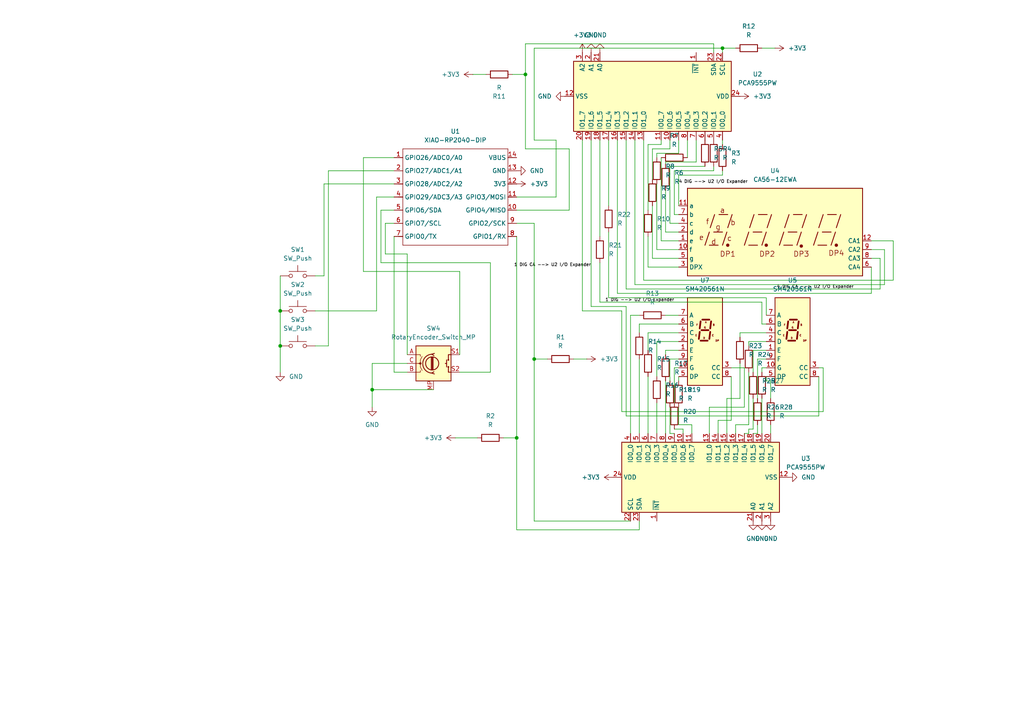
<source format=kicad_sch>
(kicad_sch
	(version 20250114)
	(generator "eeschema")
	(generator_version "9.0")
	(uuid "b4f2de6b-c72c-4776-aab1-58ea3c853a27")
	(paper "A4")
	(lib_symbols
		(symbol "Device:R"
			(pin_numbers
				(hide yes)
			)
			(pin_names
				(offset 0)
			)
			(exclude_from_sim no)
			(in_bom yes)
			(on_board yes)
			(property "Reference" "R"
				(at 2.032 0 90)
				(effects
					(font
						(size 1.27 1.27)
					)
				)
			)
			(property "Value" "R"
				(at 0 0 90)
				(effects
					(font
						(size 1.27 1.27)
					)
				)
			)
			(property "Footprint" ""
				(at -1.778 0 90)
				(effects
					(font
						(size 1.27 1.27)
					)
					(hide yes)
				)
			)
			(property "Datasheet" "~"
				(at 0 0 0)
				(effects
					(font
						(size 1.27 1.27)
					)
					(hide yes)
				)
			)
			(property "Description" "Resistor"
				(at 0 0 0)
				(effects
					(font
						(size 1.27 1.27)
					)
					(hide yes)
				)
			)
			(property "ki_keywords" "R res resistor"
				(at 0 0 0)
				(effects
					(font
						(size 1.27 1.27)
					)
					(hide yes)
				)
			)
			(property "ki_fp_filters" "R_*"
				(at 0 0 0)
				(effects
					(font
						(size 1.27 1.27)
					)
					(hide yes)
				)
			)
			(symbol "R_0_1"
				(rectangle
					(start -1.016 -2.54)
					(end 1.016 2.54)
					(stroke
						(width 0.254)
						(type default)
					)
					(fill
						(type none)
					)
				)
			)
			(symbol "R_1_1"
				(pin passive line
					(at 0 3.81 270)
					(length 1.27)
					(name "~"
						(effects
							(font
								(size 1.27 1.27)
							)
						)
					)
					(number "1"
						(effects
							(font
								(size 1.27 1.27)
							)
						)
					)
				)
				(pin passive line
					(at 0 -3.81 90)
					(length 1.27)
					(name "~"
						(effects
							(font
								(size 1.27 1.27)
							)
						)
					)
					(number "2"
						(effects
							(font
								(size 1.27 1.27)
							)
						)
					)
				)
			)
			(embedded_fonts no)
		)
		(symbol "Device:RotaryEncoder_Switch_MP"
			(pin_names
				(offset 0.254)
				(hide yes)
			)
			(exclude_from_sim no)
			(in_bom yes)
			(on_board yes)
			(property "Reference" "SW"
				(at 0 8.89 0)
				(effects
					(font
						(size 1.27 1.27)
					)
				)
			)
			(property "Value" "RotaryEncoder_Switch_MP"
				(at 0 6.35 0)
				(effects
					(font
						(size 1.27 1.27)
					)
				)
			)
			(property "Footprint" ""
				(at -3.81 4.064 0)
				(effects
					(font
						(size 1.27 1.27)
					)
					(hide yes)
				)
			)
			(property "Datasheet" "~"
				(at 0 -12.7 0)
				(effects
					(font
						(size 1.27 1.27)
					)
					(hide yes)
				)
			)
			(property "Description" "Rotary encoder, dual channel, incremental quadrate outputs, with switch and MP Pin"
				(at 0 -15.24 0)
				(effects
					(font
						(size 1.27 1.27)
					)
					(hide yes)
				)
			)
			(property "ki_keywords" "rotary switch encoder switch push button"
				(at 0 0 0)
				(effects
					(font
						(size 1.27 1.27)
					)
					(hide yes)
				)
			)
			(property "ki_fp_filters" "RotaryEncoder*Switch*"
				(at 0 0 0)
				(effects
					(font
						(size 1.27 1.27)
					)
					(hide yes)
				)
			)
			(symbol "RotaryEncoder_Switch_MP_0_1"
				(rectangle
					(start -5.08 5.08)
					(end 5.08 -5.08)
					(stroke
						(width 0.254)
						(type default)
					)
					(fill
						(type background)
					)
				)
				(polyline
					(pts
						(xy -5.08 2.54) (xy -3.81 2.54) (xy -3.81 2.032)
					)
					(stroke
						(width 0)
						(type default)
					)
					(fill
						(type none)
					)
				)
				(polyline
					(pts
						(xy -5.08 0) (xy -3.81 0) (xy -3.81 -1.016) (xy -3.302 -2.032)
					)
					(stroke
						(width 0)
						(type default)
					)
					(fill
						(type none)
					)
				)
				(polyline
					(pts
						(xy -5.08 -2.54) (xy -3.81 -2.54) (xy -3.81 -2.032)
					)
					(stroke
						(width 0)
						(type default)
					)
					(fill
						(type none)
					)
				)
				(polyline
					(pts
						(xy -4.318 0) (xy -3.81 0) (xy -3.81 1.016) (xy -3.302 2.032)
					)
					(stroke
						(width 0)
						(type default)
					)
					(fill
						(type none)
					)
				)
				(circle
					(center -3.81 0)
					(radius 0.254)
					(stroke
						(width 0)
						(type default)
					)
					(fill
						(type outline)
					)
				)
				(polyline
					(pts
						(xy -0.635 -1.778) (xy -0.635 1.778)
					)
					(stroke
						(width 0.254)
						(type default)
					)
					(fill
						(type none)
					)
				)
				(circle
					(center -0.381 0)
					(radius 1.905)
					(stroke
						(width 0.254)
						(type default)
					)
					(fill
						(type none)
					)
				)
				(polyline
					(pts
						(xy -0.381 -1.778) (xy -0.381 1.778)
					)
					(stroke
						(width 0.254)
						(type default)
					)
					(fill
						(type none)
					)
				)
				(arc
					(start -0.381 -2.794)
					(mid -3.0988 -0.0635)
					(end -0.381 2.667)
					(stroke
						(width 0.254)
						(type default)
					)
					(fill
						(type none)
					)
				)
				(polyline
					(pts
						(xy -0.127 1.778) (xy -0.127 -1.778)
					)
					(stroke
						(width 0.254)
						(type default)
					)
					(fill
						(type none)
					)
				)
				(polyline
					(pts
						(xy 0.254 2.921) (xy -0.508 2.667) (xy 0.127 2.286)
					)
					(stroke
						(width 0.254)
						(type default)
					)
					(fill
						(type none)
					)
				)
				(polyline
					(pts
						(xy 0.254 -3.048) (xy -0.508 -2.794) (xy 0.127 -2.413)
					)
					(stroke
						(width 0.254)
						(type default)
					)
					(fill
						(type none)
					)
				)
				(polyline
					(pts
						(xy 3.81 1.016) (xy 3.81 -1.016)
					)
					(stroke
						(width 0.254)
						(type default)
					)
					(fill
						(type none)
					)
				)
				(polyline
					(pts
						(xy 3.81 0) (xy 3.429 0)
					)
					(stroke
						(width 0.254)
						(type default)
					)
					(fill
						(type none)
					)
				)
				(circle
					(center 4.318 1.016)
					(radius 0.127)
					(stroke
						(width 0.254)
						(type default)
					)
					(fill
						(type none)
					)
				)
				(circle
					(center 4.318 -1.016)
					(radius 0.127)
					(stroke
						(width 0.254)
						(type default)
					)
					(fill
						(type none)
					)
				)
				(polyline
					(pts
						(xy 5.08 2.54) (xy 4.318 2.54) (xy 4.318 1.016)
					)
					(stroke
						(width 0.254)
						(type default)
					)
					(fill
						(type none)
					)
				)
				(polyline
					(pts
						(xy 5.08 -2.54) (xy 4.318 -2.54) (xy 4.318 -1.016)
					)
					(stroke
						(width 0.254)
						(type default)
					)
					(fill
						(type none)
					)
				)
			)
			(symbol "RotaryEncoder_Switch_MP_1_1"
				(pin passive line
					(at -7.62 2.54 0)
					(length 2.54)
					(name "A"
						(effects
							(font
								(size 1.27 1.27)
							)
						)
					)
					(number "A"
						(effects
							(font
								(size 1.27 1.27)
							)
						)
					)
				)
				(pin passive line
					(at -7.62 0 0)
					(length 2.54)
					(name "C"
						(effects
							(font
								(size 1.27 1.27)
							)
						)
					)
					(number "C"
						(effects
							(font
								(size 1.27 1.27)
							)
						)
					)
				)
				(pin passive line
					(at -7.62 -2.54 0)
					(length 2.54)
					(name "B"
						(effects
							(font
								(size 1.27 1.27)
							)
						)
					)
					(number "B"
						(effects
							(font
								(size 1.27 1.27)
							)
						)
					)
				)
				(pin passive line
					(at 0 -7.62 90)
					(length 2.54)
					(name "MP"
						(effects
							(font
								(size 1.27 1.27)
							)
						)
					)
					(number "MP"
						(effects
							(font
								(size 1.27 1.27)
							)
						)
					)
				)
				(pin passive line
					(at 7.62 2.54 180)
					(length 2.54)
					(name "S1"
						(effects
							(font
								(size 1.27 1.27)
							)
						)
					)
					(number "S1"
						(effects
							(font
								(size 1.27 1.27)
							)
						)
					)
				)
				(pin passive line
					(at 7.62 -2.54 180)
					(length 2.54)
					(name "S2"
						(effects
							(font
								(size 1.27 1.27)
							)
						)
					)
					(number "S2"
						(effects
							(font
								(size 1.27 1.27)
							)
						)
					)
				)
			)
			(embedded_fonts no)
		)
		(symbol "Display_Character:CA56-12EWA"
			(exclude_from_sim no)
			(in_bom yes)
			(on_board yes)
			(property "Reference" "U"
				(at -24.13 13.97 0)
				(effects
					(font
						(size 1.27 1.27)
					)
				)
			)
			(property "Value" "CA56-12EWA"
				(at 19.05 13.97 0)
				(effects
					(font
						(size 1.27 1.27)
					)
				)
			)
			(property "Footprint" "Display_7Segment:CA56-12EWA"
				(at 0 -15.24 0)
				(effects
					(font
						(size 1.27 1.27)
					)
					(hide yes)
				)
			)
			(property "Datasheet" "http://www.kingbrightusa.com/images/catalog/SPEC/CA56-12EWA.pdf"
				(at -10.922 0.762 0)
				(effects
					(font
						(size 1.27 1.27)
					)
					(hide yes)
				)
			)
			(property "Description" "4 digit 7 segment high efficiency red LED, common anode"
				(at 0 0 0)
				(effects
					(font
						(size 1.27 1.27)
					)
					(hide yes)
				)
			)
			(property "ki_keywords" "display LED 7-segment"
				(at 0 0 0)
				(effects
					(font
						(size 1.27 1.27)
					)
					(hide yes)
				)
			)
			(property "ki_fp_filters" "*CA56*12EWA*"
				(at 0 0 0)
				(effects
					(font
						(size 1.27 1.27)
					)
					(hide yes)
				)
			)
			(symbol "CA56-12EWA_0_0"
				(rectangle
					(start -25.4 12.7)
					(end 25.4 -12.7)
					(stroke
						(width 0.254)
						(type default)
					)
					(fill
						(type background)
					)
				)
				(polyline
					(pts
						(xy -20.32 -3.81) (xy -19.05 0)
					)
					(stroke
						(width 0.254)
						(type default)
					)
					(fill
						(type none)
					)
				)
				(polyline
					(pts
						(xy -19.05 -3.81) (xy -16.51 -3.81)
					)
					(stroke
						(width 0.254)
						(type default)
					)
					(fill
						(type none)
					)
				)
				(polyline
					(pts
						(xy -18.796 1.27) (xy -17.526 5.08)
					)
					(stroke
						(width 0.254)
						(type default)
					)
					(fill
						(type none)
					)
				)
				(polyline
					(pts
						(xy -17.78 0) (xy -15.24 0)
					)
					(stroke
						(width 0.254)
						(type default)
					)
					(fill
						(type none)
					)
				)
				(polyline
					(pts
						(xy -16.256 5.08) (xy -13.716 5.08)
					)
					(stroke
						(width 0.254)
						(type default)
					)
					(fill
						(type none)
					)
				)
				(polyline
					(pts
						(xy -15.24 -3.81) (xy -13.97 0)
					)
					(stroke
						(width 0.254)
						(type default)
					)
					(fill
						(type none)
					)
				)
				(polyline
					(pts
						(xy -13.716 1.27) (xy -12.446 5.08)
					)
					(stroke
						(width 0.254)
						(type default)
					)
					(fill
						(type none)
					)
				)
				(polyline
					(pts
						(xy -8.89 -3.81) (xy -7.62 0)
					)
					(stroke
						(width 0.254)
						(type default)
					)
					(fill
						(type none)
					)
				)
				(polyline
					(pts
						(xy -7.62 -3.81) (xy -5.08 -3.81)
					)
					(stroke
						(width 0.254)
						(type default)
					)
					(fill
						(type none)
					)
				)
				(polyline
					(pts
						(xy -7.366 1.27) (xy -6.096 5.08)
					)
					(stroke
						(width 0.254)
						(type default)
					)
					(fill
						(type none)
					)
				)
				(polyline
					(pts
						(xy -6.35 0) (xy -3.81 0)
					)
					(stroke
						(width 0.254)
						(type default)
					)
					(fill
						(type none)
					)
				)
				(polyline
					(pts
						(xy -4.826 5.08) (xy -2.286 5.08)
					)
					(stroke
						(width 0.254)
						(type default)
					)
					(fill
						(type none)
					)
				)
				(polyline
					(pts
						(xy -3.81 -3.81) (xy -2.54 0)
					)
					(stroke
						(width 0.254)
						(type default)
					)
					(fill
						(type none)
					)
				)
				(polyline
					(pts
						(xy -2.286 1.27) (xy -1.016 5.08)
					)
					(stroke
						(width 0.254)
						(type default)
					)
					(fill
						(type none)
					)
				)
				(polyline
					(pts
						(xy 1.27 -3.81) (xy 2.54 0)
					)
					(stroke
						(width 0.254)
						(type default)
					)
					(fill
						(type none)
					)
				)
				(polyline
					(pts
						(xy 2.54 -3.81) (xy 5.08 -3.81)
					)
					(stroke
						(width 0.254)
						(type default)
					)
					(fill
						(type none)
					)
				)
				(polyline
					(pts
						(xy 2.794 1.27) (xy 4.064 5.08)
					)
					(stroke
						(width 0.254)
						(type default)
					)
					(fill
						(type none)
					)
				)
				(polyline
					(pts
						(xy 3.81 0) (xy 6.35 0)
					)
					(stroke
						(width 0.254)
						(type default)
					)
					(fill
						(type none)
					)
				)
				(polyline
					(pts
						(xy 5.334 5.08) (xy 7.874 5.08)
					)
					(stroke
						(width 0.254)
						(type default)
					)
					(fill
						(type none)
					)
				)
				(polyline
					(pts
						(xy 6.35 -3.81) (xy 7.62 0)
					)
					(stroke
						(width 0.254)
						(type default)
					)
					(fill
						(type none)
					)
				)
				(polyline
					(pts
						(xy 7.874 1.27) (xy 9.144 5.08)
					)
					(stroke
						(width 0.254)
						(type default)
					)
					(fill
						(type none)
					)
				)
				(polyline
					(pts
						(xy 11.176 -3.81) (xy 12.446 0)
					)
					(stroke
						(width 0.254)
						(type default)
					)
					(fill
						(type none)
					)
				)
				(polyline
					(pts
						(xy 12.446 -3.81) (xy 14.986 -3.81)
					)
					(stroke
						(width 0.254)
						(type default)
					)
					(fill
						(type none)
					)
				)
				(polyline
					(pts
						(xy 12.7 1.27) (xy 13.97 5.08)
					)
					(stroke
						(width 0.254)
						(type default)
					)
					(fill
						(type none)
					)
				)
				(polyline
					(pts
						(xy 13.716 0) (xy 16.256 0)
					)
					(stroke
						(width 0.254)
						(type default)
					)
					(fill
						(type none)
					)
				)
				(polyline
					(pts
						(xy 15.24 5.08) (xy 17.78 5.08)
					)
					(stroke
						(width 0.254)
						(type default)
					)
					(fill
						(type none)
					)
				)
				(polyline
					(pts
						(xy 16.256 -3.81) (xy 17.526 0)
					)
					(stroke
						(width 0.254)
						(type default)
					)
					(fill
						(type none)
					)
				)
				(polyline
					(pts
						(xy 17.78 1.27) (xy 19.05 5.08)
					)
					(stroke
						(width 0.254)
						(type default)
					)
					(fill
						(type none)
					)
				)
				(text "e"
					(at -21.336 -1.524 0)
					(effects
						(font
							(size 1.524 1.524)
						)
					)
				)
				(text "f"
					(at -19.558 3.048 0)
					(effects
						(font
							(size 1.524 1.524)
						)
					)
				)
				(text "d"
					(at -17.78 -2.794 0)
					(effects
						(font
							(size 1.524 1.524)
						)
					)
				)
				(text "g"
					(at -16.51 1.524 0)
					(effects
						(font
							(size 1.524 1.524)
						)
					)
				)
				(text "a"
					(at -15.24 6.35 0)
					(effects
						(font
							(size 1.524 1.524)
						)
					)
				)
				(text "DP1"
					(at -13.716 -6.35 0)
					(effects
						(font
							(size 1.524 1.524)
						)
					)
				)
				(text "c"
					(at -13.208 -1.778 0)
					(effects
						(font
							(size 1.524 1.524)
						)
					)
				)
				(text "b"
					(at -12.192 2.794 0)
					(effects
						(font
							(size 1.524 1.524)
						)
					)
				)
				(text "DP2"
					(at -2.286 -6.35 0)
					(effects
						(font
							(size 1.524 1.524)
						)
					)
				)
				(text "DP3"
					(at 7.62 -6.35 0)
					(effects
						(font
							(size 1.524 1.524)
						)
					)
				)
				(text "DP4"
					(at 17.78 -6.096 0)
					(effects
						(font
							(size 1.524 1.524)
						)
					)
				)
			)
			(symbol "CA56-12EWA_0_1"
				(circle
					(center -13.716 -3.81)
					(radius 0.3556)
					(stroke
						(width 0.254)
						(type default)
					)
					(fill
						(type outline)
					)
				)
				(circle
					(center -2.54 -3.81)
					(radius 0.3556)
					(stroke
						(width 0.254)
						(type default)
					)
					(fill
						(type outline)
					)
				)
			)
			(symbol "CA56-12EWA_1_0"
				(circle
					(center 7.62 -4.064)
					(radius 0.3556)
					(stroke
						(width 0.254)
						(type default)
					)
					(fill
						(type outline)
					)
				)
				(circle
					(center 17.78 -3.81)
					(radius 0.3556)
					(stroke
						(width 0.254)
						(type default)
					)
					(fill
						(type outline)
					)
				)
			)
			(symbol "CA56-12EWA_1_1"
				(pin input line
					(at -27.94 7.62 0)
					(length 2.54)
					(name "a"
						(effects
							(font
								(size 1.27 1.27)
							)
						)
					)
					(number "11"
						(effects
							(font
								(size 1.27 1.27)
							)
						)
					)
				)
				(pin input line
					(at -27.94 5.08 0)
					(length 2.54)
					(name "b"
						(effects
							(font
								(size 1.27 1.27)
							)
						)
					)
					(number "7"
						(effects
							(font
								(size 1.27 1.27)
							)
						)
					)
				)
				(pin input line
					(at -27.94 2.54 0)
					(length 2.54)
					(name "c"
						(effects
							(font
								(size 1.27 1.27)
							)
						)
					)
					(number "4"
						(effects
							(font
								(size 1.27 1.27)
							)
						)
					)
				)
				(pin input line
					(at -27.94 0 0)
					(length 2.54)
					(name "d"
						(effects
							(font
								(size 1.27 1.27)
							)
						)
					)
					(number "2"
						(effects
							(font
								(size 1.27 1.27)
							)
						)
					)
				)
				(pin input line
					(at -27.94 -2.54 0)
					(length 2.54)
					(name "e"
						(effects
							(font
								(size 1.27 1.27)
							)
						)
					)
					(number "1"
						(effects
							(font
								(size 1.27 1.27)
							)
						)
					)
				)
				(pin input line
					(at -27.94 -5.08 0)
					(length 2.54)
					(name "f"
						(effects
							(font
								(size 1.27 1.27)
							)
						)
					)
					(number "10"
						(effects
							(font
								(size 1.27 1.27)
							)
						)
					)
				)
				(pin input line
					(at -27.94 -7.62 0)
					(length 2.54)
					(name "g"
						(effects
							(font
								(size 1.27 1.27)
							)
						)
					)
					(number "5"
						(effects
							(font
								(size 1.27 1.27)
							)
						)
					)
				)
				(pin input line
					(at -27.94 -10.16 0)
					(length 2.54)
					(name "DPX"
						(effects
							(font
								(size 1.27 1.27)
							)
						)
					)
					(number "3"
						(effects
							(font
								(size 1.27 1.27)
							)
						)
					)
				)
				(pin input line
					(at 27.94 -2.54 180)
					(length 2.54)
					(name "CA1"
						(effects
							(font
								(size 1.27 1.27)
							)
						)
					)
					(number "12"
						(effects
							(font
								(size 1.27 1.27)
							)
						)
					)
				)
				(pin input line
					(at 27.94 -5.08 180)
					(length 2.54)
					(name "CA2"
						(effects
							(font
								(size 1.27 1.27)
							)
						)
					)
					(number "9"
						(effects
							(font
								(size 1.27 1.27)
							)
						)
					)
				)
				(pin input line
					(at 27.94 -7.62 180)
					(length 2.54)
					(name "CA3"
						(effects
							(font
								(size 1.27 1.27)
							)
						)
					)
					(number "8"
						(effects
							(font
								(size 1.27 1.27)
							)
						)
					)
				)
				(pin input line
					(at 27.94 -10.16 180)
					(length 2.54)
					(name "CA4"
						(effects
							(font
								(size 1.27 1.27)
							)
						)
					)
					(number "6"
						(effects
							(font
								(size 1.27 1.27)
							)
						)
					)
				)
			)
			(embedded_fonts no)
		)
		(symbol "Display_Character:SM420561N"
			(exclude_from_sim no)
			(in_bom yes)
			(on_board yes)
			(property "Reference" "U"
				(at -2.54 13.97 0)
				(effects
					(font
						(size 1.27 1.27)
					)
					(justify right)
				)
			)
			(property "Value" "SM420561N"
				(at 1.27 13.97 0)
				(effects
					(font
						(size 1.27 1.27)
					)
					(justify left)
				)
			)
			(property "Footprint" "Display_7Segment:7SegmentLED_LTS6760_LTS6780"
				(at 1.27 -15.24 0)
				(effects
					(font
						(size 1.27 1.27)
					)
					(hide yes)
				)
			)
			(property "Datasheet" "https://datasheet.lcsc.com/szlcsc/Wuxi-ARK-Tech-Elec-SM420561N_C141367.pdf"
				(at -12.7 12.065 0)
				(effects
					(font
						(size 1.27 1.27)
					)
					(justify left)
					(hide yes)
				)
			)
			(property "Description" "One digit 7 segment blue LED, common cathode"
				(at 0 0 0)
				(effects
					(font
						(size 1.27 1.27)
					)
					(hide yes)
				)
			)
			(property "ki_keywords" "display LED 7-segment"
				(at 0 0 0)
				(effects
					(font
						(size 1.27 1.27)
					)
					(hide yes)
				)
			)
			(property "ki_fp_filters" "7SegmentLED?LTS6760?LTS6780*"
				(at 0 0 0)
				(effects
					(font
						(size 1.27 1.27)
					)
					(hide yes)
				)
			)
			(symbol "SM420561N_0_0"
				(text "E"
					(at -2.54 1.778 0)
					(effects
						(font
							(size 0.508 0.508)
						)
					)
				)
				(text "F"
					(at -2.286 4.826 0)
					(effects
						(font
							(size 0.508 0.508)
						)
					)
				)
				(text "D"
					(at -0.254 1.016 0)
					(effects
						(font
							(size 0.508 0.508)
						)
					)
				)
				(text "G"
					(at 0 4.064 0)
					(effects
						(font
							(size 0.508 0.508)
						)
					)
				)
				(text "A"
					(at 0.254 5.588 0)
					(effects
						(font
							(size 0.508 0.508)
						)
					)
				)
				(text "C"
					(at 2.286 1.778 0)
					(effects
						(font
							(size 0.508 0.508)
						)
					)
				)
				(text "B"
					(at 2.54 4.826 0)
					(effects
						(font
							(size 0.508 0.508)
						)
					)
				)
				(text "DP"
					(at 3.556 0.254 0)
					(effects
						(font
							(size 0.508 0.508)
						)
					)
				)
			)
			(symbol "SM420561N_0_1"
				(rectangle
					(start -5.08 12.7)
					(end 5.08 -12.7)
					(stroke
						(width 0.254)
						(type default)
					)
					(fill
						(type background)
					)
				)
				(polyline
					(pts
						(xy -1.524 2.794) (xy -1.778 0.762)
					)
					(stroke
						(width 0.508)
						(type default)
					)
					(fill
						(type none)
					)
				)
				(polyline
					(pts
						(xy -1.27 5.842) (xy -1.524 3.81)
					)
					(stroke
						(width 0.508)
						(type default)
					)
					(fill
						(type none)
					)
				)
				(polyline
					(pts
						(xy -1.27 0.254) (xy 0.762 0.254)
					)
					(stroke
						(width 0.508)
						(type default)
					)
					(fill
						(type none)
					)
				)
				(polyline
					(pts
						(xy -1.016 3.302) (xy 1.016 3.302)
					)
					(stroke
						(width 0.508)
						(type default)
					)
					(fill
						(type none)
					)
				)
				(polyline
					(pts
						(xy -0.762 6.35) (xy 1.27 6.35)
					)
					(stroke
						(width 0.508)
						(type default)
					)
					(fill
						(type none)
					)
				)
				(polyline
					(pts
						(xy 1.524 2.794) (xy 1.27 0.762)
					)
					(stroke
						(width 0.508)
						(type default)
					)
					(fill
						(type none)
					)
				)
				(polyline
					(pts
						(xy 1.778 5.842) (xy 1.524 3.81)
					)
					(stroke
						(width 0.508)
						(type default)
					)
					(fill
						(type none)
					)
				)
				(polyline
					(pts
						(xy 2.54 0.254) (xy 2.54 0.254)
					)
					(stroke
						(width 0.508)
						(type default)
					)
					(fill
						(type none)
					)
				)
			)
			(symbol "SM420561N_1_1"
				(pin input line
					(at -7.62 7.62 0)
					(length 2.54)
					(name "A"
						(effects
							(font
								(size 1.27 1.27)
							)
						)
					)
					(number "7"
						(effects
							(font
								(size 1.27 1.27)
							)
						)
					)
				)
				(pin input line
					(at -7.62 5.08 0)
					(length 2.54)
					(name "B"
						(effects
							(font
								(size 1.27 1.27)
							)
						)
					)
					(number "6"
						(effects
							(font
								(size 1.27 1.27)
							)
						)
					)
				)
				(pin input line
					(at -7.62 2.54 0)
					(length 2.54)
					(name "C"
						(effects
							(font
								(size 1.27 1.27)
							)
						)
					)
					(number "4"
						(effects
							(font
								(size 1.27 1.27)
							)
						)
					)
				)
				(pin input line
					(at -7.62 0 0)
					(length 2.54)
					(name "D"
						(effects
							(font
								(size 1.27 1.27)
							)
						)
					)
					(number "2"
						(effects
							(font
								(size 1.27 1.27)
							)
						)
					)
				)
				(pin input line
					(at -7.62 -2.54 0)
					(length 2.54)
					(name "E"
						(effects
							(font
								(size 1.27 1.27)
							)
						)
					)
					(number "1"
						(effects
							(font
								(size 1.27 1.27)
							)
						)
					)
				)
				(pin input line
					(at -7.62 -5.08 0)
					(length 2.54)
					(name "F"
						(effects
							(font
								(size 1.27 1.27)
							)
						)
					)
					(number "9"
						(effects
							(font
								(size 1.27 1.27)
							)
						)
					)
				)
				(pin input line
					(at -7.62 -7.62 0)
					(length 2.54)
					(name "G"
						(effects
							(font
								(size 1.27 1.27)
							)
						)
					)
					(number "10"
						(effects
							(font
								(size 1.27 1.27)
							)
						)
					)
				)
				(pin input line
					(at -7.62 -10.16 0)
					(length 2.54)
					(name "DP"
						(effects
							(font
								(size 1.27 1.27)
							)
						)
					)
					(number "5"
						(effects
							(font
								(size 1.27 1.27)
							)
						)
					)
				)
				(pin input line
					(at 7.62 -7.62 180)
					(length 2.54)
					(name "CC"
						(effects
							(font
								(size 1.27 1.27)
							)
						)
					)
					(number "3"
						(effects
							(font
								(size 1.27 1.27)
							)
						)
					)
				)
				(pin input line
					(at 7.62 -10.16 180)
					(length 2.54)
					(name "CC"
						(effects
							(font
								(size 1.27 1.27)
							)
						)
					)
					(number "8"
						(effects
							(font
								(size 1.27 1.27)
							)
						)
					)
				)
			)
			(embedded_fonts no)
		)
		(symbol "Interface_Expansion:PCA9555PW"
			(exclude_from_sim no)
			(in_bom yes)
			(on_board yes)
			(property "Reference" "U"
				(at -8.89 24.13 0)
				(effects
					(font
						(size 1.27 1.27)
					)
				)
			)
			(property "Value" "PCA9555PW"
				(at 6.35 24.13 0)
				(effects
					(font
						(size 1.27 1.27)
					)
				)
			)
			(property "Footprint" "Package_SO:TSSOP-24_4.4x7.8mm_P0.65mm"
				(at 0 0 0)
				(effects
					(font
						(size 1.27 1.27)
					)
					(hide yes)
				)
			)
			(property "Datasheet" "https://www.nxp.com/docs/en/data-sheet/PCA9555.pdf"
				(at 0 0 0)
				(effects
					(font
						(size 1.27 1.27)
					)
					(hide yes)
				)
			)
			(property "Description" "IO expander 16 GPIO, I2C 400kHz, Interrupt, 2.3 - 5.5V, TSSOP-24"
				(at 0 0 0)
				(effects
					(font
						(size 1.27 1.27)
					)
					(hide yes)
				)
			)
			(property "ki_keywords" "I2C TWI IO expander"
				(at 0 0 0)
				(effects
					(font
						(size 1.27 1.27)
					)
					(hide yes)
				)
			)
			(property "ki_fp_filters" "TSSOP*4.4x7.8mm*P0.65mm*"
				(at 0 0 0)
				(effects
					(font
						(size 1.27 1.27)
					)
					(hide yes)
				)
			)
			(symbol "PCA9555PW_0_1"
				(rectangle
					(start -10.16 22.86)
					(end 10.16 -22.86)
					(stroke
						(width 0.254)
						(type default)
					)
					(fill
						(type background)
					)
				)
			)
			(symbol "PCA9555PW_1_1"
				(pin input line
					(at -12.7 20.32 0)
					(length 2.54)
					(name "SCL"
						(effects
							(font
								(size 1.27 1.27)
							)
						)
					)
					(number "22"
						(effects
							(font
								(size 1.27 1.27)
							)
						)
					)
				)
				(pin bidirectional line
					(at -12.7 17.78 0)
					(length 2.54)
					(name "SDA"
						(effects
							(font
								(size 1.27 1.27)
							)
						)
					)
					(number "23"
						(effects
							(font
								(size 1.27 1.27)
							)
						)
					)
				)
				(pin open_collector line
					(at -12.7 12.7 0)
					(length 2.54)
					(name "~{INT}"
						(effects
							(font
								(size 1.27 1.27)
							)
						)
					)
					(number "1"
						(effects
							(font
								(size 1.27 1.27)
							)
						)
					)
				)
				(pin input line
					(at -12.7 -15.24 0)
					(length 2.54)
					(name "A0"
						(effects
							(font
								(size 1.27 1.27)
							)
						)
					)
					(number "21"
						(effects
							(font
								(size 1.27 1.27)
							)
						)
					)
				)
				(pin input line
					(at -12.7 -17.78 0)
					(length 2.54)
					(name "A1"
						(effects
							(font
								(size 1.27 1.27)
							)
						)
					)
					(number "2"
						(effects
							(font
								(size 1.27 1.27)
							)
						)
					)
				)
				(pin input line
					(at -12.7 -20.32 0)
					(length 2.54)
					(name "A2"
						(effects
							(font
								(size 1.27 1.27)
							)
						)
					)
					(number "3"
						(effects
							(font
								(size 1.27 1.27)
							)
						)
					)
				)
				(pin power_in line
					(at 0 25.4 270)
					(length 2.54)
					(name "VDD"
						(effects
							(font
								(size 1.27 1.27)
							)
						)
					)
					(number "24"
						(effects
							(font
								(size 1.27 1.27)
							)
						)
					)
				)
				(pin power_in line
					(at 0 -25.4 90)
					(length 2.54)
					(name "VSS"
						(effects
							(font
								(size 1.27 1.27)
							)
						)
					)
					(number "12"
						(effects
							(font
								(size 1.27 1.27)
							)
						)
					)
				)
				(pin bidirectional line
					(at 12.7 20.32 180)
					(length 2.54)
					(name "IO0_0"
						(effects
							(font
								(size 1.27 1.27)
							)
						)
					)
					(number "4"
						(effects
							(font
								(size 1.27 1.27)
							)
						)
					)
				)
				(pin bidirectional line
					(at 12.7 17.78 180)
					(length 2.54)
					(name "IO0_1"
						(effects
							(font
								(size 1.27 1.27)
							)
						)
					)
					(number "5"
						(effects
							(font
								(size 1.27 1.27)
							)
						)
					)
				)
				(pin bidirectional line
					(at 12.7 15.24 180)
					(length 2.54)
					(name "IO0_2"
						(effects
							(font
								(size 1.27 1.27)
							)
						)
					)
					(number "6"
						(effects
							(font
								(size 1.27 1.27)
							)
						)
					)
				)
				(pin bidirectional line
					(at 12.7 12.7 180)
					(length 2.54)
					(name "IO0_3"
						(effects
							(font
								(size 1.27 1.27)
							)
						)
					)
					(number "7"
						(effects
							(font
								(size 1.27 1.27)
							)
						)
					)
				)
				(pin bidirectional line
					(at 12.7 10.16 180)
					(length 2.54)
					(name "IO0_4"
						(effects
							(font
								(size 1.27 1.27)
							)
						)
					)
					(number "8"
						(effects
							(font
								(size 1.27 1.27)
							)
						)
					)
				)
				(pin bidirectional line
					(at 12.7 7.62 180)
					(length 2.54)
					(name "IO0_5"
						(effects
							(font
								(size 1.27 1.27)
							)
						)
					)
					(number "9"
						(effects
							(font
								(size 1.27 1.27)
							)
						)
					)
				)
				(pin bidirectional line
					(at 12.7 5.08 180)
					(length 2.54)
					(name "IO0_6"
						(effects
							(font
								(size 1.27 1.27)
							)
						)
					)
					(number "10"
						(effects
							(font
								(size 1.27 1.27)
							)
						)
					)
				)
				(pin bidirectional line
					(at 12.7 2.54 180)
					(length 2.54)
					(name "IO0_7"
						(effects
							(font
								(size 1.27 1.27)
							)
						)
					)
					(number "11"
						(effects
							(font
								(size 1.27 1.27)
							)
						)
					)
				)
				(pin bidirectional line
					(at 12.7 -2.54 180)
					(length 2.54)
					(name "IO1_0"
						(effects
							(font
								(size 1.27 1.27)
							)
						)
					)
					(number "13"
						(effects
							(font
								(size 1.27 1.27)
							)
						)
					)
				)
				(pin bidirectional line
					(at 12.7 -5.08 180)
					(length 2.54)
					(name "IO1_1"
						(effects
							(font
								(size 1.27 1.27)
							)
						)
					)
					(number "14"
						(effects
							(font
								(size 1.27 1.27)
							)
						)
					)
				)
				(pin bidirectional line
					(at 12.7 -7.62 180)
					(length 2.54)
					(name "IO1_2"
						(effects
							(font
								(size 1.27 1.27)
							)
						)
					)
					(number "15"
						(effects
							(font
								(size 1.27 1.27)
							)
						)
					)
				)
				(pin bidirectional line
					(at 12.7 -10.16 180)
					(length 2.54)
					(name "IO1_3"
						(effects
							(font
								(size 1.27 1.27)
							)
						)
					)
					(number "16"
						(effects
							(font
								(size 1.27 1.27)
							)
						)
					)
				)
				(pin bidirectional line
					(at 12.7 -12.7 180)
					(length 2.54)
					(name "IO1_4"
						(effects
							(font
								(size 1.27 1.27)
							)
						)
					)
					(number "17"
						(effects
							(font
								(size 1.27 1.27)
							)
						)
					)
				)
				(pin bidirectional line
					(at 12.7 -15.24 180)
					(length 2.54)
					(name "IO1_5"
						(effects
							(font
								(size 1.27 1.27)
							)
						)
					)
					(number "18"
						(effects
							(font
								(size 1.27 1.27)
							)
						)
					)
				)
				(pin bidirectional line
					(at 12.7 -17.78 180)
					(length 2.54)
					(name "IO1_6"
						(effects
							(font
								(size 1.27 1.27)
							)
						)
					)
					(number "19"
						(effects
							(font
								(size 1.27 1.27)
							)
						)
					)
				)
				(pin bidirectional line
					(at 12.7 -20.32 180)
					(length 2.54)
					(name "IO1_7"
						(effects
							(font
								(size 1.27 1.27)
							)
						)
					)
					(number "20"
						(effects
							(font
								(size 1.27 1.27)
							)
						)
					)
				)
			)
			(embedded_fonts no)
		)
		(symbol "OPL Lib:XIAO-RP2040-DIP"
			(exclude_from_sim no)
			(in_bom yes)
			(on_board yes)
			(property "Reference" "U"
				(at 0 0 0)
				(effects
					(font
						(size 1.27 1.27)
					)
				)
			)
			(property "Value" "XIAO-RP2040-DIP"
				(at 5.334 -1.778 0)
				(effects
					(font
						(size 1.27 1.27)
					)
				)
			)
			(property "Footprint" "Module:MOUDLE14P-XIAO-DIP-SMD"
				(at 14.478 -32.258 0)
				(effects
					(font
						(size 1.27 1.27)
					)
					(hide yes)
				)
			)
			(property "Datasheet" ""
				(at 0 0 0)
				(effects
					(font
						(size 1.27 1.27)
					)
					(hide yes)
				)
			)
			(property "Description" ""
				(at 0 0 0)
				(effects
					(font
						(size 1.27 1.27)
					)
					(hide yes)
				)
			)
			(symbol "XIAO-RP2040-DIP_1_0"
				(polyline
					(pts
						(xy -1.27 -2.54) (xy 29.21 -2.54)
					)
					(stroke
						(width 0.1524)
						(type solid)
					)
					(fill
						(type none)
					)
				)
				(polyline
					(pts
						(xy -1.27 -5.08) (xy -2.54 -5.08)
					)
					(stroke
						(width 0.1524)
						(type solid)
					)
					(fill
						(type none)
					)
				)
				(polyline
					(pts
						(xy -1.27 -5.08) (xy -1.27 -2.54)
					)
					(stroke
						(width 0.1524)
						(type solid)
					)
					(fill
						(type none)
					)
				)
				(polyline
					(pts
						(xy -1.27 -8.89) (xy -2.54 -8.89)
					)
					(stroke
						(width 0.1524)
						(type solid)
					)
					(fill
						(type none)
					)
				)
				(polyline
					(pts
						(xy -1.27 -8.89) (xy -1.27 -5.08)
					)
					(stroke
						(width 0.1524)
						(type solid)
					)
					(fill
						(type none)
					)
				)
				(polyline
					(pts
						(xy -1.27 -12.7) (xy -2.54 -12.7)
					)
					(stroke
						(width 0.1524)
						(type solid)
					)
					(fill
						(type none)
					)
				)
				(polyline
					(pts
						(xy -1.27 -12.7) (xy -1.27 -8.89)
					)
					(stroke
						(width 0.1524)
						(type solid)
					)
					(fill
						(type none)
					)
				)
				(polyline
					(pts
						(xy -1.27 -16.51) (xy -2.54 -16.51)
					)
					(stroke
						(width 0.1524)
						(type solid)
					)
					(fill
						(type none)
					)
				)
				(polyline
					(pts
						(xy -1.27 -16.51) (xy -1.27 -12.7)
					)
					(stroke
						(width 0.1524)
						(type solid)
					)
					(fill
						(type none)
					)
				)
				(polyline
					(pts
						(xy -1.27 -20.32) (xy -2.54 -20.32)
					)
					(stroke
						(width 0.1524)
						(type solid)
					)
					(fill
						(type none)
					)
				)
				(polyline
					(pts
						(xy -1.27 -24.13) (xy -2.54 -24.13)
					)
					(stroke
						(width 0.1524)
						(type solid)
					)
					(fill
						(type none)
					)
				)
				(polyline
					(pts
						(xy -1.27 -27.94) (xy -2.54 -27.94)
					)
					(stroke
						(width 0.1524)
						(type solid)
					)
					(fill
						(type none)
					)
				)
				(polyline
					(pts
						(xy -1.27 -30.48) (xy -1.27 -16.51)
					)
					(stroke
						(width 0.1524)
						(type solid)
					)
					(fill
						(type none)
					)
				)
				(polyline
					(pts
						(xy 29.21 -2.54) (xy 29.21 -5.08)
					)
					(stroke
						(width 0.1524)
						(type solid)
					)
					(fill
						(type none)
					)
				)
				(polyline
					(pts
						(xy 29.21 -5.08) (xy 29.21 -8.89)
					)
					(stroke
						(width 0.1524)
						(type solid)
					)
					(fill
						(type none)
					)
				)
				(polyline
					(pts
						(xy 29.21 -8.89) (xy 29.21 -12.7)
					)
					(stroke
						(width 0.1524)
						(type solid)
					)
					(fill
						(type none)
					)
				)
				(polyline
					(pts
						(xy 29.21 -12.7) (xy 29.21 -30.48)
					)
					(stroke
						(width 0.1524)
						(type solid)
					)
					(fill
						(type none)
					)
				)
				(polyline
					(pts
						(xy 29.21 -30.48) (xy -1.27 -30.48)
					)
					(stroke
						(width 0.1524)
						(type solid)
					)
					(fill
						(type none)
					)
				)
				(polyline
					(pts
						(xy 30.48 -5.08) (xy 29.21 -5.08)
					)
					(stroke
						(width 0.1524)
						(type solid)
					)
					(fill
						(type none)
					)
				)
				(polyline
					(pts
						(xy 30.48 -8.89) (xy 29.21 -8.89)
					)
					(stroke
						(width 0.1524)
						(type solid)
					)
					(fill
						(type none)
					)
				)
				(polyline
					(pts
						(xy 30.48 -12.7) (xy 29.21 -12.7)
					)
					(stroke
						(width 0.1524)
						(type solid)
					)
					(fill
						(type none)
					)
				)
				(polyline
					(pts
						(xy 30.48 -16.51) (xy 29.21 -16.51)
					)
					(stroke
						(width 0.1524)
						(type solid)
					)
					(fill
						(type none)
					)
				)
				(polyline
					(pts
						(xy 30.48 -20.32) (xy 29.21 -20.32)
					)
					(stroke
						(width 0.1524)
						(type solid)
					)
					(fill
						(type none)
					)
				)
				(polyline
					(pts
						(xy 30.48 -24.13) (xy 29.21 -24.13)
					)
					(stroke
						(width 0.1524)
						(type solid)
					)
					(fill
						(type none)
					)
				)
				(polyline
					(pts
						(xy 30.48 -27.94) (xy 29.21 -27.94)
					)
					(stroke
						(width 0.1524)
						(type solid)
					)
					(fill
						(type none)
					)
				)
				(pin passive line
					(at -3.81 -5.08 0)
					(length 2.54)
					(name "GPIO26/ADC0/A0"
						(effects
							(font
								(size 1.27 1.27)
							)
						)
					)
					(number "1"
						(effects
							(font
								(size 1.27 1.27)
							)
						)
					)
				)
				(pin passive line
					(at -3.81 -8.89 0)
					(length 2.54)
					(name "GPIO27/ADC1/A1"
						(effects
							(font
								(size 1.27 1.27)
							)
						)
					)
					(number "2"
						(effects
							(font
								(size 1.27 1.27)
							)
						)
					)
				)
				(pin passive line
					(at -3.81 -12.7 0)
					(length 2.54)
					(name "GPIO28/ADC2/A2"
						(effects
							(font
								(size 1.27 1.27)
							)
						)
					)
					(number "3"
						(effects
							(font
								(size 1.27 1.27)
							)
						)
					)
				)
				(pin passive line
					(at -3.81 -16.51 0)
					(length 2.54)
					(name "GPIO29/ADC3/A3"
						(effects
							(font
								(size 1.27 1.27)
							)
						)
					)
					(number "4"
						(effects
							(font
								(size 1.27 1.27)
							)
						)
					)
				)
				(pin passive line
					(at -3.81 -20.32 0)
					(length 2.54)
					(name "GPIO6/SDA"
						(effects
							(font
								(size 1.27 1.27)
							)
						)
					)
					(number "5"
						(effects
							(font
								(size 1.27 1.27)
							)
						)
					)
				)
				(pin passive line
					(at -3.81 -24.13 0)
					(length 2.54)
					(name "GPIO7/SCL"
						(effects
							(font
								(size 1.27 1.27)
							)
						)
					)
					(number "6"
						(effects
							(font
								(size 1.27 1.27)
							)
						)
					)
				)
				(pin passive line
					(at -3.81 -27.94 0)
					(length 2.54)
					(name "GPIO0/TX"
						(effects
							(font
								(size 1.27 1.27)
							)
						)
					)
					(number "7"
						(effects
							(font
								(size 1.27 1.27)
							)
						)
					)
				)
				(pin passive line
					(at 31.75 -5.08 180)
					(length 2.54)
					(name "VBUS"
						(effects
							(font
								(size 1.27 1.27)
							)
						)
					)
					(number "14"
						(effects
							(font
								(size 1.27 1.27)
							)
						)
					)
				)
				(pin passive line
					(at 31.75 -8.89 180)
					(length 2.54)
					(name "GND"
						(effects
							(font
								(size 1.27 1.27)
							)
						)
					)
					(number "13"
						(effects
							(font
								(size 1.27 1.27)
							)
						)
					)
				)
				(pin passive line
					(at 31.75 -12.7 180)
					(length 2.54)
					(name "3V3"
						(effects
							(font
								(size 1.27 1.27)
							)
						)
					)
					(number "12"
						(effects
							(font
								(size 1.27 1.27)
							)
						)
					)
				)
				(pin passive line
					(at 31.75 -16.51 180)
					(length 2.54)
					(name "GPIO3/MOSI"
						(effects
							(font
								(size 1.27 1.27)
							)
						)
					)
					(number "11"
						(effects
							(font
								(size 1.27 1.27)
							)
						)
					)
				)
				(pin passive line
					(at 31.75 -20.32 180)
					(length 2.54)
					(name "GPIO4/MISO"
						(effects
							(font
								(size 1.27 1.27)
							)
						)
					)
					(number "10"
						(effects
							(font
								(size 1.27 1.27)
							)
						)
					)
				)
				(pin passive line
					(at 31.75 -24.13 180)
					(length 2.54)
					(name "GPIO2/SCK"
						(effects
							(font
								(size 1.27 1.27)
							)
						)
					)
					(number "9"
						(effects
							(font
								(size 1.27 1.27)
							)
						)
					)
				)
				(pin passive line
					(at 31.75 -27.94 180)
					(length 2.54)
					(name "GPIO1/RX"
						(effects
							(font
								(size 1.27 1.27)
							)
						)
					)
					(number "8"
						(effects
							(font
								(size 1.27 1.27)
							)
						)
					)
				)
			)
			(embedded_fonts no)
		)
		(symbol "Switch:SW_Push"
			(pin_numbers
				(hide yes)
			)
			(pin_names
				(offset 1.016)
				(hide yes)
			)
			(exclude_from_sim no)
			(in_bom yes)
			(on_board yes)
			(property "Reference" "SW"
				(at 1.27 2.54 0)
				(effects
					(font
						(size 1.27 1.27)
					)
					(justify left)
				)
			)
			(property "Value" "SW_Push"
				(at 0 -1.524 0)
				(effects
					(font
						(size 1.27 1.27)
					)
				)
			)
			(property "Footprint" ""
				(at 0 5.08 0)
				(effects
					(font
						(size 1.27 1.27)
					)
					(hide yes)
				)
			)
			(property "Datasheet" "~"
				(at 0 5.08 0)
				(effects
					(font
						(size 1.27 1.27)
					)
					(hide yes)
				)
			)
			(property "Description" "Push button switch, generic, two pins"
				(at 0 0 0)
				(effects
					(font
						(size 1.27 1.27)
					)
					(hide yes)
				)
			)
			(property "ki_keywords" "switch normally-open pushbutton push-button"
				(at 0 0 0)
				(effects
					(font
						(size 1.27 1.27)
					)
					(hide yes)
				)
			)
			(symbol "SW_Push_0_1"
				(circle
					(center -2.032 0)
					(radius 0.508)
					(stroke
						(width 0)
						(type default)
					)
					(fill
						(type none)
					)
				)
				(polyline
					(pts
						(xy 0 1.27) (xy 0 3.048)
					)
					(stroke
						(width 0)
						(type default)
					)
					(fill
						(type none)
					)
				)
				(circle
					(center 2.032 0)
					(radius 0.508)
					(stroke
						(width 0)
						(type default)
					)
					(fill
						(type none)
					)
				)
				(polyline
					(pts
						(xy 2.54 1.27) (xy -2.54 1.27)
					)
					(stroke
						(width 0)
						(type default)
					)
					(fill
						(type none)
					)
				)
				(pin passive line
					(at -5.08 0 0)
					(length 2.54)
					(name "1"
						(effects
							(font
								(size 1.27 1.27)
							)
						)
					)
					(number "1"
						(effects
							(font
								(size 1.27 1.27)
							)
						)
					)
				)
				(pin passive line
					(at 5.08 0 180)
					(length 2.54)
					(name "2"
						(effects
							(font
								(size 1.27 1.27)
							)
						)
					)
					(number "2"
						(effects
							(font
								(size 1.27 1.27)
							)
						)
					)
				)
			)
			(embedded_fonts no)
		)
		(symbol "power:+3V3"
			(power)
			(pin_numbers
				(hide yes)
			)
			(pin_names
				(offset 0)
				(hide yes)
			)
			(exclude_from_sim no)
			(in_bom yes)
			(on_board yes)
			(property "Reference" "#PWR"
				(at 0 -3.81 0)
				(effects
					(font
						(size 1.27 1.27)
					)
					(hide yes)
				)
			)
			(property "Value" "+3V3"
				(at 0 3.556 0)
				(effects
					(font
						(size 1.27 1.27)
					)
				)
			)
			(property "Footprint" ""
				(at 0 0 0)
				(effects
					(font
						(size 1.27 1.27)
					)
					(hide yes)
				)
			)
			(property "Datasheet" ""
				(at 0 0 0)
				(effects
					(font
						(size 1.27 1.27)
					)
					(hide yes)
				)
			)
			(property "Description" "Power symbol creates a global label with name \"+3V3\""
				(at 0 0 0)
				(effects
					(font
						(size 1.27 1.27)
					)
					(hide yes)
				)
			)
			(property "ki_keywords" "global power"
				(at 0 0 0)
				(effects
					(font
						(size 1.27 1.27)
					)
					(hide yes)
				)
			)
			(symbol "+3V3_0_1"
				(polyline
					(pts
						(xy -0.762 1.27) (xy 0 2.54)
					)
					(stroke
						(width 0)
						(type default)
					)
					(fill
						(type none)
					)
				)
				(polyline
					(pts
						(xy 0 2.54) (xy 0.762 1.27)
					)
					(stroke
						(width 0)
						(type default)
					)
					(fill
						(type none)
					)
				)
				(polyline
					(pts
						(xy 0 0) (xy 0 2.54)
					)
					(stroke
						(width 0)
						(type default)
					)
					(fill
						(type none)
					)
				)
			)
			(symbol "+3V3_1_1"
				(pin power_in line
					(at 0 0 90)
					(length 0)
					(name "~"
						(effects
							(font
								(size 1.27 1.27)
							)
						)
					)
					(number "1"
						(effects
							(font
								(size 1.27 1.27)
							)
						)
					)
				)
			)
			(embedded_fonts no)
		)
		(symbol "power:GND"
			(power)
			(pin_numbers
				(hide yes)
			)
			(pin_names
				(offset 0)
				(hide yes)
			)
			(exclude_from_sim no)
			(in_bom yes)
			(on_board yes)
			(property "Reference" "#PWR"
				(at 0 -6.35 0)
				(effects
					(font
						(size 1.27 1.27)
					)
					(hide yes)
				)
			)
			(property "Value" "GND"
				(at 0 -3.81 0)
				(effects
					(font
						(size 1.27 1.27)
					)
				)
			)
			(property "Footprint" ""
				(at 0 0 0)
				(effects
					(font
						(size 1.27 1.27)
					)
					(hide yes)
				)
			)
			(property "Datasheet" ""
				(at 0 0 0)
				(effects
					(font
						(size 1.27 1.27)
					)
					(hide yes)
				)
			)
			(property "Description" "Power symbol creates a global label with name \"GND\" , ground"
				(at 0 0 0)
				(effects
					(font
						(size 1.27 1.27)
					)
					(hide yes)
				)
			)
			(property "ki_keywords" "global power"
				(at 0 0 0)
				(effects
					(font
						(size 1.27 1.27)
					)
					(hide yes)
				)
			)
			(symbol "GND_0_1"
				(polyline
					(pts
						(xy 0 0) (xy 0 -1.27) (xy 1.27 -1.27) (xy 0 -2.54) (xy -1.27 -1.27) (xy 0 -1.27)
					)
					(stroke
						(width 0)
						(type default)
					)
					(fill
						(type none)
					)
				)
			)
			(symbol "GND_1_1"
				(pin power_in line
					(at 0 0 270)
					(length 0)
					(name "~"
						(effects
							(font
								(size 1.27 1.27)
							)
						)
					)
					(number "1"
						(effects
							(font
								(size 1.27 1.27)
							)
						)
					)
				)
			)
			(embedded_fonts no)
		)
	)
	(junction
		(at 81.28 90.17)
		(diameter 0)
		(color 0 0 0 0)
		(uuid "1d64d0b8-9be3-4b5d-924a-ffa855b60073")
	)
	(junction
		(at 154.94 104.14)
		(diameter 0)
		(color 0 0 0 0)
		(uuid "5cbbd424-c1c2-45cb-b4ce-2e6590579e6f")
	)
	(junction
		(at 81.28 100.33)
		(diameter 0)
		(color 0 0 0 0)
		(uuid "86647e8b-1605-43e8-88cc-959c08b34c4f")
	)
	(junction
		(at 107.95 113.03)
		(diameter 0)
		(color 0 0 0 0)
		(uuid "9858bf87-7a3a-4242-8fe2-327a170d5dfc")
	)
	(junction
		(at 209.55 13.97)
		(diameter 0)
		(color 0 0 0 0)
		(uuid "9ecac204-7679-4fde-bb52-8aebb66dc5c7")
	)
	(junction
		(at 149.86 127)
		(diameter 0)
		(color 0 0 0 0)
		(uuid "daeb75da-e81d-4c58-9f72-b47d9c786e33")
	)
	(junction
		(at 152.4 21.59)
		(diameter 0)
		(color 0 0 0 0)
		(uuid "e06d6df2-f45d-4979-9f6a-1e397dca4436")
	)
	(wire
		(pts
			(xy 215.9 118.11) (xy 205.74 118.11)
		)
		(stroke
			(width 0)
			(type default)
		)
		(uuid "01974faa-b919-42ba-9381-85d32bfd8dc1")
	)
	(wire
		(pts
			(xy 193.04 46.99) (xy 201.93 46.99)
		)
		(stroke
			(width 0)
			(type default)
		)
		(uuid "0205871c-c99c-45a2-a92c-5094db14718f")
	)
	(wire
		(pts
			(xy 223.52 115.57) (xy 223.52 110.49)
		)
		(stroke
			(width 0)
			(type default)
		)
		(uuid "044cb758-4180-4426-b14d-14efd5c3ec73")
	)
	(wire
		(pts
			(xy 252.73 72.39) (xy 256.54 72.39)
		)
		(stroke
			(width 0)
			(type default)
		)
		(uuid "06732867-2c91-4b8b-bbad-a6d272b462dc")
	)
	(wire
		(pts
			(xy 217.17 123.19) (xy 213.36 123.19)
		)
		(stroke
			(width 0)
			(type default)
		)
		(uuid "06b51314-2dae-4efa-af09-9d8cc17695bc")
	)
	(wire
		(pts
			(xy 193.04 110.49) (xy 193.04 125.73)
		)
		(stroke
			(width 0)
			(type default)
		)
		(uuid "072a63c1-0e8c-4f6e-a59b-6f95176dea6e")
	)
	(wire
		(pts
			(xy 209.55 13.97) (xy 213.36 13.97)
		)
		(stroke
			(width 0)
			(type default)
		)
		(uuid "080e3cc5-a876-477a-9a04-adaa2f9b6c11")
	)
	(wire
		(pts
			(xy 81.28 107.95) (xy 81.28 100.33)
		)
		(stroke
			(width 0)
			(type default)
		)
		(uuid "083127a0-22e1-4cbc-ab60-7c9886f35468")
	)
	(wire
		(pts
			(xy 185.42 153.67) (xy 149.86 153.67)
		)
		(stroke
			(width 0)
			(type default)
		)
		(uuid "094ba963-b7fd-4f56-90e7-b50a6015dd65")
	)
	(wire
		(pts
			(xy 217.17 99.06) (xy 217.17 100.33)
		)
		(stroke
			(width 0)
			(type default)
		)
		(uuid "09fe54b0-51e5-4325-baea-941c0b062e7f")
	)
	(wire
		(pts
			(xy 217.17 107.95) (xy 217.17 123.19)
		)
		(stroke
			(width 0)
			(type default)
		)
		(uuid "0a53af7b-43c1-4538-a9ff-5d9969ec6773")
	)
	(wire
		(pts
			(xy 196.85 106.68) (xy 195.58 106.68)
		)
		(stroke
			(width 0)
			(type default)
		)
		(uuid "0b6bf7bd-54f8-4476-846b-3d0932482e28")
	)
	(wire
		(pts
			(xy 93.98 80.01) (xy 91.44 80.01)
		)
		(stroke
			(width 0)
			(type default)
		)
		(uuid "0ba9d8bf-1440-4f54-90c3-ea5534535df8")
	)
	(wire
		(pts
			(xy 161.29 57.15) (xy 149.86 57.15)
		)
		(stroke
			(width 0)
			(type default)
		)
		(uuid "0be7b587-9c69-49b7-bb86-31978c481252")
	)
	(wire
		(pts
			(xy 182.88 91.44) (xy 182.88 125.73)
		)
		(stroke
			(width 0)
			(type default)
		)
		(uuid "10d24533-dd13-456e-af3b-1076bd159c8a")
	)
	(wire
		(pts
			(xy 187.96 77.47) (xy 187.96 68.58)
		)
		(stroke
			(width 0)
			(type default)
		)
		(uuid "11032b2c-7bcf-4f86-97a7-eada142e882b")
	)
	(wire
		(pts
			(xy 209.55 50.8) (xy 209.55 49.53)
		)
		(stroke
			(width 0)
			(type default)
		)
		(uuid "11454e41-5a45-4ba3-93c0-874b00bc0d0c")
	)
	(wire
		(pts
			(xy 179.07 40.64) (xy 179.07 85.09)
		)
		(stroke
			(width 0)
			(type default)
		)
		(uuid "1278def8-9776-4ab3-bfb2-cb5b83ddc138")
	)
	(wire
		(pts
			(xy 189.23 43.18) (xy 189.23 52.07)
		)
		(stroke
			(width 0)
			(type default)
		)
		(uuid "12e9dbf9-f1ee-42d6-8856-3973be9baca4")
	)
	(wire
		(pts
			(xy 212.09 109.22) (xy 212.09 121.92)
		)
		(stroke
			(width 0)
			(type default)
		)
		(uuid "14824fbe-5f85-4b9d-88d7-c9593cc3929f")
	)
	(wire
		(pts
			(xy 182.88 151.13) (xy 154.94 151.13)
		)
		(stroke
			(width 0)
			(type default)
		)
		(uuid "149e10ad-4b73-4ccb-8d7e-5ee94ebdcfc0")
	)
	(wire
		(pts
			(xy 118.11 73.66) (xy 111.76 73.66)
		)
		(stroke
			(width 0)
			(type default)
		)
		(uuid "15520002-caa4-4d88-871c-82a4537c79b8")
	)
	(wire
		(pts
			(xy 255.27 83.82) (xy 181.61 83.82)
		)
		(stroke
			(width 0)
			(type default)
		)
		(uuid "17e5f133-fa49-430c-b1af-09fdc332df02")
	)
	(wire
		(pts
			(xy 194.31 125.73) (xy 195.58 125.73)
		)
		(stroke
			(width 0)
			(type default)
		)
		(uuid "1c390faa-a2f8-4c29-a4d6-c9673e9f7b0e")
	)
	(wire
		(pts
			(xy 154.94 104.14) (xy 154.94 64.77)
		)
		(stroke
			(width 0)
			(type default)
		)
		(uuid "1d7c28f5-ad72-4bf9-a7a4-61921528ff52")
	)
	(wire
		(pts
			(xy 255.27 74.93) (xy 255.27 83.82)
		)
		(stroke
			(width 0)
			(type default)
		)
		(uuid "1da1d790-5018-4d0f-ba1d-9109c17714b5")
	)
	(wire
		(pts
			(xy 196.85 69.85) (xy 191.77 69.85)
		)
		(stroke
			(width 0)
			(type default)
		)
		(uuid "1e053d74-69ac-48a5-9f85-3b930e8f09b1")
	)
	(wire
		(pts
			(xy 152.4 12.7) (xy 152.4 21.59)
		)
		(stroke
			(width 0)
			(type default)
		)
		(uuid "203fd43a-2e67-42a7-b949-90a5f7c70c05")
	)
	(wire
		(pts
			(xy 91.44 90.17) (xy 109.22 90.17)
		)
		(stroke
			(width 0)
			(type default)
		)
		(uuid "24a88781-244b-41f4-8900-e201a3407b82")
	)
	(wire
		(pts
			(xy 111.76 64.77) (xy 114.3 64.77)
		)
		(stroke
			(width 0)
			(type default)
		)
		(uuid "26b265c1-c1d2-44c7-b571-ed6548f885cb")
	)
	(wire
		(pts
			(xy 109.22 90.17) (xy 109.22 57.15)
		)
		(stroke
			(width 0)
			(type default)
		)
		(uuid "299e38ab-9c6b-48d8-ad3b-f35dad411c60")
	)
	(wire
		(pts
			(xy 154.94 104.14) (xy 158.75 104.14)
		)
		(stroke
			(width 0)
			(type default)
		)
		(uuid "2b2538b3-91b0-41bc-a3c9-d6b2948bfb4e")
	)
	(wire
		(pts
			(xy 152.4 43.18) (xy 165.1 43.18)
		)
		(stroke
			(width 0)
			(type default)
		)
		(uuid "2c05347d-af27-4093-8adb-84db7bdf9b66")
	)
	(wire
		(pts
			(xy 196.85 96.52) (xy 187.96 96.52)
		)
		(stroke
			(width 0)
			(type default)
		)
		(uuid "2e31e871-d1c1-40b5-a572-140b9eae7a36")
	)
	(wire
		(pts
			(xy 222.25 106.68) (xy 220.98 106.68)
		)
		(stroke
			(width 0)
			(type default)
		)
		(uuid "2ea15390-2dc6-4a42-8f4f-db07330fb7fd")
	)
	(wire
		(pts
			(xy 189.23 43.18) (xy 194.31 43.18)
		)
		(stroke
			(width 0)
			(type default)
		)
		(uuid "325538d2-9155-4761-9b13-4039f7bee038")
	)
	(wire
		(pts
			(xy 201.93 46.99) (xy 201.93 40.64)
		)
		(stroke
			(width 0)
			(type default)
		)
		(uuid "32f908fa-58db-49d1-85f9-674247698ec5")
	)
	(wire
		(pts
			(xy 209.55 13.97) (xy 154.94 13.97)
		)
		(stroke
			(width 0)
			(type default)
		)
		(uuid "33e023fe-4653-4703-b7b9-98789e1d904d")
	)
	(wire
		(pts
			(xy 191.77 69.85) (xy 191.77 45.72)
		)
		(stroke
			(width 0)
			(type default)
		)
		(uuid "34a1d41e-d688-4706-bc60-371accc811b7")
	)
	(wire
		(pts
			(xy 208.28 121.92) (xy 208.28 125.73)
		)
		(stroke
			(width 0)
			(type default)
		)
		(uuid "35677202-392e-4d48-ae50-706fb89f6ef3")
	)
	(wire
		(pts
			(xy 209.55 41.91) (xy 209.55 40.64)
		)
		(stroke
			(width 0)
			(type default)
		)
		(uuid "35a2154d-f68f-45af-8d98-57f9468a5c7e")
	)
	(wire
		(pts
			(xy 205.74 118.11) (xy 205.74 125.73)
		)
		(stroke
			(width 0)
			(type default)
		)
		(uuid "3e80b5df-14dc-46eb-9a84-4679c7afb7dd")
	)
	(wire
		(pts
			(xy 110.49 76.2) (xy 110.49 60.96)
		)
		(stroke
			(width 0)
			(type default)
		)
		(uuid "3e992a90-08bb-48f1-9ab8-1ce2073511ed")
	)
	(wire
		(pts
			(xy 214.63 105.41) (xy 214.63 115.57)
		)
		(stroke
			(width 0)
			(type default)
		)
		(uuid "435c12d5-8d12-43f9-b56e-ada6ce1660e5")
	)
	(wire
		(pts
			(xy 196.85 104.14) (xy 194.31 104.14)
		)
		(stroke
			(width 0)
			(type default)
		)
		(uuid "46d66fc0-56ba-4b2d-b864-be30bf26c1ab")
	)
	(wire
		(pts
			(xy 173.99 68.58) (xy 173.99 40.64)
		)
		(stroke
			(width 0)
			(type default)
		)
		(uuid "47b13c55-04be-4816-95de-84ab8094cd77")
	)
	(wire
		(pts
			(xy 181.61 88.9) (xy 171.45 88.9)
		)
		(stroke
			(width 0)
			(type default)
		)
		(uuid "48db1707-fd8b-4feb-896f-b25dc594c792")
	)
	(wire
		(pts
			(xy 81.28 100.33) (xy 81.28 90.17)
		)
		(stroke
			(width 0)
			(type default)
		)
		(uuid "4a9a91be-60b2-436a-b93c-18fe49dd1aee")
	)
	(wire
		(pts
			(xy 187.96 41.91) (xy 191.77 41.91)
		)
		(stroke
			(width 0)
			(type default)
		)
		(uuid "4c5bf5bb-2df7-40e9-85b8-455a9a419a11")
	)
	(wire
		(pts
			(xy 214.63 96.52) (xy 214.63 97.79)
		)
		(stroke
			(width 0)
			(type default)
		)
		(uuid "4d318fc1-9aa6-4b76-9b0e-f24653b1dbac")
	)
	(wire
		(pts
			(xy 223.52 125.73) (xy 223.52 123.19)
		)
		(stroke
			(width 0)
			(type default)
		)
		(uuid "4ef581c2-81d0-48cb-9eb1-b2e16dc68b86")
	)
	(wire
		(pts
			(xy 190.5 116.84) (xy 190.5 125.73)
		)
		(stroke
			(width 0)
			(type default)
		)
		(uuid "4f5ca8d0-67e9-4ec9-848d-c582dca8e6d8")
	)
	(wire
		(pts
			(xy 218.44 107.95) (xy 218.44 101.6)
		)
		(stroke
			(width 0)
			(type default)
		)
		(uuid "504563fc-a2c8-479d-a1ee-a4064c17697c")
	)
	(wire
		(pts
			(xy 220.98 93.98) (xy 220.98 87.63)
		)
		(stroke
			(width 0)
			(type default)
		)
		(uuid "50a6d9d1-250a-4a8e-8d1b-93ac1513d020")
	)
	(wire
		(pts
			(xy 218.44 125.73) (xy 219.71 125.73)
		)
		(stroke
			(width 0)
			(type default)
		)
		(uuid "50b020c5-41ff-456a-ac16-c6804e6350e6")
	)
	(wire
		(pts
			(xy 180.34 90.17) (xy 168.91 90.17)
		)
		(stroke
			(width 0)
			(type default)
		)
		(uuid "527809e8-8aac-4a67-9153-35a65ad133d5")
	)
	(wire
		(pts
			(xy 190.5 45.72) (xy 190.5 44.45)
		)
		(stroke
			(width 0)
			(type default)
		)
		(uuid "54dc1b52-68e7-4af0-8ada-86433a3ab731")
	)
	(wire
		(pts
			(xy 161.29 40.64) (xy 161.29 57.15)
		)
		(stroke
			(width 0)
			(type default)
		)
		(uuid "54f5e1d5-7d0a-4c11-a3ef-dac23060647b")
	)
	(wire
		(pts
			(xy 196.85 109.22) (xy 196.85 110.49)
		)
		(stroke
			(width 0)
			(type default)
		)
		(uuid "55337a94-d745-4d3f-925a-6a343f878253")
	)
	(wire
		(pts
			(xy 217.17 124.46) (xy 218.44 124.46)
		)
		(stroke
			(width 0)
			(type default)
		)
		(uuid "55aaa373-66c8-4735-b88a-fb9a366fbb4f")
	)
	(wire
		(pts
			(xy 196.85 64.77) (xy 194.31 64.77)
		)
		(stroke
			(width 0)
			(type default)
		)
		(uuid "57cac488-a5e1-446c-b731-1973c94f2503")
	)
	(wire
		(pts
			(xy 219.71 115.57) (xy 219.71 104.14)
		)
		(stroke
			(width 0)
			(type default)
		)
		(uuid "581d8955-3091-472c-bf4b-610687a6b693")
	)
	(wire
		(pts
			(xy 207.01 12.7) (xy 152.4 12.7)
		)
		(stroke
			(width 0)
			(type default)
		)
		(uuid "5c9c9f23-8489-459d-878e-cc30a0fc481c")
	)
	(wire
		(pts
			(xy 196.85 74.93) (xy 189.23 74.93)
		)
		(stroke
			(width 0)
			(type default)
		)
		(uuid "5cd53bd5-1f79-43a2-9724-ac0ad2327ea0")
	)
	(wire
		(pts
			(xy 185.42 91.44) (xy 182.88 91.44)
		)
		(stroke
			(width 0)
			(type default)
		)
		(uuid "5d3c657b-25a0-4106-9a2d-69f617b92d72")
	)
	(wire
		(pts
			(xy 181.61 88.9) (xy 181.61 120.65)
		)
		(stroke
			(width 0)
			(type default)
		)
		(uuid "5f152066-721b-483e-8501-c71998acc5ee")
	)
	(wire
		(pts
			(xy 133.35 78.74) (xy 105.41 78.74)
		)
		(stroke
			(width 0)
			(type default)
		)
		(uuid "5fd2b414-b471-4ff2-ad9b-f8a0aa735cdd")
	)
	(wire
		(pts
			(xy 93.98 53.34) (xy 114.3 53.34)
		)
		(stroke
			(width 0)
			(type default)
		)
		(uuid "6825dcf3-e129-4e45-bb33-73d2ad31092a")
	)
	(wire
		(pts
			(xy 152.4 21.59) (xy 148.59 21.59)
		)
		(stroke
			(width 0)
			(type default)
		)
		(uuid "68771a95-58b0-4e6d-87e6-ac7661f9f3ed")
	)
	(wire
		(pts
			(xy 81.28 90.17) (xy 81.28 80.01)
		)
		(stroke
			(width 0)
			(type default)
		)
		(uuid "68bb2b2c-98ca-414c-bebd-8b379a84a4a7")
	)
	(wire
		(pts
			(xy 213.36 123.19) (xy 213.36 125.73)
		)
		(stroke
			(width 0)
			(type default)
		)
		(uuid "69404abd-92b7-4572-8c06-c18f453ae6bb")
	)
	(wire
		(pts
			(xy 220.98 13.97) (xy 224.79 13.97)
		)
		(stroke
			(width 0)
			(type default)
		)
		(uuid "6947b8a0-ac6a-450c-9306-8eecaf687a05")
	)
	(wire
		(pts
			(xy 199.39 45.72) (xy 199.39 40.64)
		)
		(stroke
			(width 0)
			(type default)
		)
		(uuid "6a5f0402-945d-4bfd-a534-125143e15107")
	)
	(wire
		(pts
			(xy 189.23 59.69) (xy 189.23 74.93)
		)
		(stroke
			(width 0)
			(type default)
		)
		(uuid "70f8965f-b13f-46eb-8038-457521eb146a")
	)
	(wire
		(pts
			(xy 218.44 124.46) (xy 218.44 115.57)
		)
		(stroke
			(width 0)
			(type default)
		)
		(uuid "71a5a83d-a4ae-4299-9fc8-9bfb7822c7b2")
	)
	(wire
		(pts
			(xy 186.69 81.28) (xy 259.08 81.28)
		)
		(stroke
			(width 0)
			(type default)
		)
		(uuid "734c38b8-7b22-47aa-a654-2fd79f03f82e")
	)
	(wire
		(pts
			(xy 196.85 50.8) (xy 209.55 50.8)
		)
		(stroke
			(width 0)
			(type default)
		)
		(uuid "75be5d21-fb62-412f-aeab-dd33ece15e5f")
	)
	(wire
		(pts
			(xy 118.11 107.95) (xy 114.3 107.95)
		)
		(stroke
			(width 0)
			(type default)
		)
		(uuid "779ebc0c-8fff-41e9-817a-b8bd9c7693d5")
	)
	(wire
		(pts
			(xy 152.4 21.59) (xy 152.4 43.18)
		)
		(stroke
			(width 0)
			(type default)
		)
		(uuid "79456d2d-dc7b-49c3-8ffb-aa899d1e6cbc")
	)
	(wire
		(pts
			(xy 196.85 67.31) (xy 193.04 67.31)
		)
		(stroke
			(width 0)
			(type default)
		)
		(uuid "794e77c1-327a-4b03-8cdb-06506ee41a90")
	)
	(wire
		(pts
			(xy 196.85 62.23) (xy 195.58 62.23)
		)
		(stroke
			(width 0)
			(type default)
		)
		(uuid "7b3b67f4-6bf9-4062-a5e7-a7af914149dc")
	)
	(wire
		(pts
			(xy 95.25 100.33) (xy 95.25 49.53)
		)
		(stroke
			(width 0)
			(type default)
		)
		(uuid "7d9e24b1-b671-4a8f-9105-449a89c02dc3")
	)
	(wire
		(pts
			(xy 220.98 106.68) (xy 220.98 107.95)
		)
		(stroke
			(width 0)
			(type default)
		)
		(uuid "7e524fa8-a20e-4fb1-bcde-704e758a42a6")
	)
	(wire
		(pts
			(xy 133.35 107.95) (xy 142.24 107.95)
		)
		(stroke
			(width 0)
			(type default)
		)
		(uuid "7ee19679-d148-430f-97ce-7353ae5a095a")
	)
	(wire
		(pts
			(xy 165.1 60.96) (xy 149.86 60.96)
		)
		(stroke
			(width 0)
			(type default)
		)
		(uuid "813d6931-2927-4c3a-ac06-905baf042833")
	)
	(wire
		(pts
			(xy 194.31 48.26) (xy 204.47 48.26)
		)
		(stroke
			(width 0)
			(type default)
		)
		(uuid "819c1941-ccc2-4970-b1ac-f0d08b912b8c")
	)
	(wire
		(pts
			(xy 194.31 104.14) (xy 194.31 110.49)
		)
		(stroke
			(width 0)
			(type default)
		)
		(uuid "8297d044-9900-4359-8d3c-de60327c75ae")
	)
	(wire
		(pts
			(xy 185.42 93.98) (xy 185.42 96.52)
		)
		(stroke
			(width 0)
			(type default)
		)
		(uuid "83e104f1-ce86-41a3-90ef-b0631a36ef58")
	)
	(wire
		(pts
			(xy 132.08 127) (xy 138.43 127)
		)
		(stroke
			(width 0)
			(type default)
		)
		(uuid "847a3319-0ce8-42c2-a471-788d6a51cc42")
	)
	(wire
		(pts
			(xy 125.73 113.03) (xy 107.95 113.03)
		)
		(stroke
			(width 0)
			(type default)
		)
		(uuid "86ff3e79-0a2d-4ea1-a712-1069ca1343ea")
	)
	(wire
		(pts
			(xy 207.01 15.24) (xy 207.01 12.7)
		)
		(stroke
			(width 0)
			(type default)
		)
		(uuid "877d1ee3-4af1-471c-937d-e45d393c08d6")
	)
	(wire
		(pts
			(xy 118.11 73.66) (xy 118.11 102.87)
		)
		(stroke
			(width 0)
			(type default)
		)
		(uuid "87bbb446-3bd4-4ad0-a41c-08d348203877")
	)
	(wire
		(pts
			(xy 118.11 105.41) (xy 107.95 105.41)
		)
		(stroke
			(width 0)
			(type default)
		)
		(uuid "890deb83-14bb-41d9-91fa-7ad39b632516")
	)
	(wire
		(pts
			(xy 185.42 104.14) (xy 185.42 125.73)
		)
		(stroke
			(width 0)
			(type default)
		)
		(uuid "899ce2d4-0daf-4d65-9ce7-1fc97b2db303")
	)
	(wire
		(pts
			(xy 93.98 53.34) (xy 93.98 80.01)
		)
		(stroke
			(width 0)
			(type default)
		)
		(uuid "8b1f2032-d9b3-45cb-b377-e6524808b927")
	)
	(wire
		(pts
			(xy 196.85 123.19) (xy 200.66 123.19)
		)
		(stroke
			(width 0)
			(type default)
		)
		(uuid "8de66181-ec7a-4244-b5bc-36d3174d1b85")
	)
	(wire
		(pts
			(xy 190.5 44.45) (xy 196.85 44.45)
		)
		(stroke
			(width 0)
			(type default)
		)
		(uuid "8e6f8a4d-a4ee-484a-8c1f-3632a8a63467")
	)
	(wire
		(pts
			(xy 219.71 104.14) (xy 222.25 104.14)
		)
		(stroke
			(width 0)
			(type default)
		)
		(uuid "91997e18-2245-4351-8b0b-b8a280753863")
	)
	(wire
		(pts
			(xy 220.98 115.57) (xy 220.98 125.73)
		)
		(stroke
			(width 0)
			(type default)
		)
		(uuid "93c88ce9-487d-40a1-9440-256b2644e75e")
	)
	(wire
		(pts
			(xy 198.12 124.46) (xy 198.12 125.73)
		)
		(stroke
			(width 0)
			(type default)
		)
		(uuid "9487f340-a1ea-4997-95c1-7e98330d8760")
	)
	(wire
		(pts
			(xy 196.85 91.44) (xy 193.04 91.44)
		)
		(stroke
			(width 0)
			(type default)
		)
		(uuid "951133e7-e47c-4bab-96bd-c31230320f8a")
	)
	(wire
		(pts
			(xy 196.85 50.8) (xy 196.85 59.69)
		)
		(stroke
			(width 0)
			(type default)
		)
		(uuid "96bb7e6a-e8e2-48a3-abc0-5a5d7d8e10ba")
	)
	(wire
		(pts
			(xy 179.07 85.09) (xy 252.73 85.09)
		)
		(stroke
			(width 0)
			(type default)
		)
		(uuid "99e4faf2-981d-4dbc-be0e-08f4f5e761fa")
	)
	(wire
		(pts
			(xy 140.97 21.59) (xy 137.16 21.59)
		)
		(stroke
			(width 0)
			(type default)
		)
		(uuid "9b2704e8-e2cb-4725-9b8f-7082b9cdb96c")
	)
	(wire
		(pts
			(xy 259.08 81.28) (xy 259.08 69.85)
		)
		(stroke
			(width 0)
			(type default)
		)
		(uuid "9b2abadf-c557-40cb-a59f-dcca499d7cee")
	)
	(wire
		(pts
			(xy 181.61 83.82) (xy 181.61 40.64)
		)
		(stroke
			(width 0)
			(type default)
		)
		(uuid "9bc2be81-eea5-41a8-a318-bbfbb8fabb32")
	)
	(wire
		(pts
			(xy 149.86 68.58) (xy 149.86 127)
		)
		(stroke
			(width 0)
			(type default)
		)
		(uuid "9cece899-61c4-4549-90a1-b5a26a1eb6bf")
	)
	(wire
		(pts
			(xy 187.96 109.22) (xy 187.96 125.73)
		)
		(stroke
			(width 0)
			(type default)
		)
		(uuid "9cf18a9f-f58a-4498-986b-7307609f1937")
	)
	(wire
		(pts
			(xy 191.77 41.91) (xy 191.77 40.64)
		)
		(stroke
			(width 0)
			(type default)
		)
		(uuid "9d4a8ffd-3571-4595-bb10-2e2ba78309fd")
	)
	(wire
		(pts
			(xy 146.05 127) (xy 149.86 127)
		)
		(stroke
			(width 0)
			(type default)
		)
		(uuid "9fadaf1e-7bfa-40d6-a6fa-f646ae035299")
	)
	(wire
		(pts
			(xy 238.76 119.38) (xy 180.34 119.38)
		)
		(stroke
			(width 0)
			(type default)
		)
		(uuid "a277739c-ad81-47e4-9d1e-d43926f02b5f")
	)
	(wire
		(pts
			(xy 237.49 120.65) (xy 181.61 120.65)
		)
		(stroke
			(width 0)
			(type default)
		)
		(uuid "a48a4751-0ac3-4a89-8d68-dd42da9fd634")
	)
	(wire
		(pts
			(xy 110.49 60.96) (xy 114.3 60.96)
		)
		(stroke
			(width 0)
			(type default)
		)
		(uuid "a4919bf5-22ee-48fd-9dc2-7c01118545cf")
	)
	(wire
		(pts
			(xy 219.71 125.73) (xy 219.71 123.19)
		)
		(stroke
			(width 0)
			(type default)
		)
		(uuid "a5d20faa-4605-4998-aaee-e650fceb1897")
	)
	(wire
		(pts
			(xy 196.85 77.47) (xy 187.96 77.47)
		)
		(stroke
			(width 0)
			(type default)
		)
		(uuid "a74e3dfa-de29-4b7f-b96f-e14f4a028e55")
	)
	(wire
		(pts
			(xy 218.44 101.6) (xy 222.25 101.6)
		)
		(stroke
			(width 0)
			(type default)
		)
		(uuid "aa55b450-b9b1-43fc-b8d6-199fa68c9690")
	)
	(wire
		(pts
			(xy 194.31 48.26) (xy 194.31 64.77)
		)
		(stroke
			(width 0)
			(type default)
		)
		(uuid "ab8e0dcb-0b96-4dd5-93ad-f631020609ee")
	)
	(wire
		(pts
			(xy 238.76 106.68) (xy 238.76 119.38)
		)
		(stroke
			(width 0)
			(type default)
		)
		(uuid "abd05537-9f06-4209-8af9-dfd037c965a3")
	)
	(wire
		(pts
			(xy 252.73 74.93) (xy 255.27 74.93)
		)
		(stroke
			(width 0)
			(type default)
		)
		(uuid "abd8eead-4b61-4415-9996-01bf4b8a0d04")
	)
	(wire
		(pts
			(xy 190.5 72.39) (xy 190.5 53.34)
		)
		(stroke
			(width 0)
			(type default)
		)
		(uuid "af2a1a4c-1452-410d-985c-f345dfc66568")
	)
	(wire
		(pts
			(xy 165.1 43.18) (xy 165.1 60.96)
		)
		(stroke
			(width 0)
			(type default)
		)
		(uuid "b06e746d-9b93-4ac7-ab57-fa6b8ef92717")
	)
	(wire
		(pts
			(xy 149.86 127) (xy 149.86 153.67)
		)
		(stroke
			(width 0)
			(type default)
		)
		(uuid "b43457d8-0d79-49bb-8882-8d1d76285010")
	)
	(wire
		(pts
			(xy 222.25 110.49) (xy 222.25 109.22)
		)
		(stroke
			(width 0)
			(type default)
		)
		(uuid "b7500843-3402-4e25-96df-24fa142614f9")
	)
	(wire
		(pts
			(xy 222.25 86.36) (xy 176.53 86.36)
		)
		(stroke
			(width 0)
			(type default)
		)
		(uuid "b76611c5-dcfd-4c37-943e-f330812571b6")
	)
	(wire
		(pts
			(xy 91.44 100.33) (xy 95.25 100.33)
		)
		(stroke
			(width 0)
			(type default)
		)
		(uuid "b84f571e-69d3-4ff0-ab6e-573a68ca70cd")
	)
	(wire
		(pts
			(xy 154.94 151.13) (xy 154.94 104.14)
		)
		(stroke
			(width 0)
			(type default)
		)
		(uuid "b95f581d-b783-4f4f-b2b3-5d5625748e93")
	)
	(wire
		(pts
			(xy 114.3 107.95) (xy 114.3 68.58)
		)
		(stroke
			(width 0)
			(type default)
		)
		(uuid "b9a07aee-78e7-4191-81a2-4f8f8052d1d5")
	)
	(wire
		(pts
			(xy 194.31 43.18) (xy 194.31 40.64)
		)
		(stroke
			(width 0)
			(type default)
		)
		(uuid "ba8a6e54-d9e5-4ed3-8c7e-940c9abb16ea")
	)
	(wire
		(pts
			(xy 176.53 86.36) (xy 176.53 67.31)
		)
		(stroke
			(width 0)
			(type default)
		)
		(uuid "ba91e73b-fddb-4d3e-bc13-497004f3cf17")
	)
	(wire
		(pts
			(xy 212.09 121.92) (xy 208.28 121.92)
		)
		(stroke
			(width 0)
			(type default)
		)
		(uuid "bb97b085-d75c-40ff-8229-d72f6e37532e")
	)
	(wire
		(pts
			(xy 166.37 104.14) (xy 170.18 104.14)
		)
		(stroke
			(width 0)
			(type default)
		)
		(uuid "bb9a70f7-63fd-4aa5-8da1-f2c024d2e9d2")
	)
	(wire
		(pts
			(xy 196.85 44.45) (xy 196.85 40.64)
		)
		(stroke
			(width 0)
			(type default)
		)
		(uuid "bc382480-d7fd-4ce6-a5b0-9d677bbcdfe3")
	)
	(wire
		(pts
			(xy 186.69 40.64) (xy 186.69 81.28)
		)
		(stroke
			(width 0)
			(type default)
		)
		(uuid "bcb0ee08-f68d-4f0a-a417-313588c3bafe")
	)
	(wire
		(pts
			(xy 256.54 82.55) (xy 184.15 82.55)
		)
		(stroke
			(width 0)
			(type default)
		)
		(uuid "bd220bab-1092-4803-bb44-649cc6e4947d")
	)
	(wire
		(pts
			(xy 168.91 90.17) (xy 168.91 40.64)
		)
		(stroke
			(width 0)
			(type default)
		)
		(uuid "be1df5b4-f36f-45ed-bd6c-57b8947e632f")
	)
	(wire
		(pts
			(xy 196.85 99.06) (xy 190.5 99.06)
		)
		(stroke
			(width 0)
			(type default)
		)
		(uuid "befab949-7a4b-487b-91a0-b4a8e91c5f62")
	)
	(wire
		(pts
			(xy 171.45 88.9) (xy 171.45 40.64)
		)
		(stroke
			(width 0)
			(type default)
		)
		(uuid "c0004545-f5ce-4d17-96c0-ef63bb319b89")
	)
	(wire
		(pts
			(xy 252.73 85.09) (xy 252.73 77.47)
		)
		(stroke
			(width 0)
			(type default)
		)
		(uuid "c0501f3d-c29f-4e50-a177-f0ec3748558f")
	)
	(wire
		(pts
			(xy 215.9 106.68) (xy 215.9 118.11)
		)
		(stroke
			(width 0)
			(type default)
		)
		(uuid "c0b677a8-b9e2-474d-817a-c8b73766c11e")
	)
	(wire
		(pts
			(xy 195.58 106.68) (xy 195.58 116.84)
		)
		(stroke
			(width 0)
			(type default)
		)
		(uuid "c141a75c-1157-4ced-aacf-a518e6c5eb43")
	)
	(wire
		(pts
			(xy 195.58 124.46) (xy 198.12 124.46)
		)
		(stroke
			(width 0)
			(type default)
		)
		(uuid "c1c46476-d2bf-493c-947c-d947483a7b61")
	)
	(wire
		(pts
			(xy 194.31 118.11) (xy 194.31 125.73)
		)
		(stroke
			(width 0)
			(type default)
		)
		(uuid "c2ba7027-579a-4bff-96bb-4eb4c414c789")
	)
	(wire
		(pts
			(xy 207.01 49.53) (xy 207.01 48.26)
		)
		(stroke
			(width 0)
			(type default)
		)
		(uuid "c34c76a1-5bb6-46ed-a127-22334fb4f15c")
	)
	(wire
		(pts
			(xy 209.55 15.24) (xy 209.55 13.97)
		)
		(stroke
			(width 0)
			(type default)
		)
		(uuid "c3fdfc2e-891d-41b3-b9df-f48e2f09de84")
	)
	(wire
		(pts
			(xy 222.25 91.44) (xy 222.25 86.36)
		)
		(stroke
			(width 0)
			(type default)
		)
		(uuid "c57ca03f-ef68-4d60-8051-2ca138934fc5")
	)
	(wire
		(pts
			(xy 196.85 93.98) (xy 185.42 93.98)
		)
		(stroke
			(width 0)
			(type default)
		)
		(uuid "c6f5686d-155f-4b18-8697-c2466d5c902e")
	)
	(wire
		(pts
			(xy 237.49 109.22) (xy 237.49 120.65)
		)
		(stroke
			(width 0)
			(type default)
		)
		(uuid "c7031499-17e3-4644-b884-56415191cbc0")
	)
	(wire
		(pts
			(xy 190.5 99.06) (xy 190.5 109.22)
		)
		(stroke
			(width 0)
			(type default)
		)
		(uuid "ca2ad0b6-2dd4-4eb4-a419-b4b2d8ad1850")
	)
	(wire
		(pts
			(xy 217.17 125.73) (xy 217.17 124.46)
		)
		(stroke
			(width 0)
			(type default)
		)
		(uuid "cc3a8cb1-5a37-4bd3-b21a-930d8a75d3c7")
	)
	(wire
		(pts
			(xy 214.63 96.52) (xy 222.25 96.52)
		)
		(stroke
			(width 0)
			(type default)
		)
		(uuid "cc974bc4-9a27-4382-a10f-829d36be5e7b")
	)
	(wire
		(pts
			(xy 212.09 106.68) (xy 215.9 106.68)
		)
		(stroke
			(width 0)
			(type default)
		)
		(uuid "ccce4a69-4f74-4f4c-8fd9-711fe34361e8")
	)
	(wire
		(pts
			(xy 193.04 47.584) (xy 193.04 46.99)
		)
		(stroke
			(width 0)
			(type default)
		)
		(uuid "ce5e8852-cfaf-4f7d-a779-81fe80c80a72")
	)
	(wire
		(pts
			(xy 223.52 110.49) (xy 222.25 110.49)
		)
		(stroke
			(width 0)
			(type default)
		)
		(uuid "ceddf192-c20d-499c-b2ee-2ed9381ffcd4")
	)
	(wire
		(pts
			(xy 111.76 73.66) (xy 111.76 64.77)
		)
		(stroke
			(width 0)
			(type default)
		)
		(uuid "d133d7b9-47b8-442c-9ca4-733398c4a5be")
	)
	(wire
		(pts
			(xy 173.99 87.63) (xy 220.98 87.63)
		)
		(stroke
			(width 0)
			(type default)
		)
		(uuid "d3cc91d3-9419-42b2-bf04-c276ac184618")
	)
	(wire
		(pts
			(xy 237.49 106.68) (xy 238.76 106.68)
		)
		(stroke
			(width 0)
			(type default)
		)
		(uuid "d5c26d36-26a9-4caa-8375-fa8e48c121f8")
	)
	(wire
		(pts
			(xy 176.53 59.69) (xy 176.53 40.64)
		)
		(stroke
			(width 0)
			(type default)
		)
		(uuid "d652b854-7292-4958-a7ba-39e4056c1507")
	)
	(wire
		(pts
			(xy 196.85 72.39) (xy 190.5 72.39)
		)
		(stroke
			(width 0)
			(type default)
		)
		(uuid "d6c0d5bb-4303-4c16-a8b1-1f3cef72a543")
	)
	(wire
		(pts
			(xy 184.15 82.55) (xy 184.15 40.64)
		)
		(stroke
			(width 0)
			(type default)
		)
		(uuid "d72b3c75-1ace-4119-9c30-3f591d32710c")
	)
	(wire
		(pts
			(xy 142.24 107.95) (xy 142.24 76.2)
		)
		(stroke
			(width 0)
			(type default)
		)
		(uuid "d9a2e9fe-38a5-4c68-9c2f-985695c8c5f8")
	)
	(wire
		(pts
			(xy 187.96 96.52) (xy 187.96 101.6)
		)
		(stroke
			(width 0)
			(type default)
		)
		(uuid "d9f062c4-effb-46e3-999b-00fb1d3eff92")
	)
	(wire
		(pts
			(xy 142.24 76.2) (xy 110.49 76.2)
		)
		(stroke
			(width 0)
			(type default)
		)
		(uuid "d9f6a467-1b63-48a6-a83e-6630ae98eee1")
	)
	(wire
		(pts
			(xy 154.94 64.77) (xy 149.86 64.77)
		)
		(stroke
			(width 0)
			(type default)
		)
		(uuid "da5dee26-b759-4772-81ce-9185d1d455dc")
	)
	(wire
		(pts
			(xy 210.82 115.57) (xy 214.63 115.57)
		)
		(stroke
			(width 0)
			(type default)
		)
		(uuid "da993a35-602e-472b-81e1-1ac06934b87d")
	)
	(wire
		(pts
			(xy 193.04 101.6) (xy 193.04 102.87)
		)
		(stroke
			(width 0)
			(type default)
		)
		(uuid "dacdafec-55c4-456f-8125-253a7762aabf")
	)
	(wire
		(pts
			(xy 195.58 62.23) (xy 195.58 49.53)
		)
		(stroke
			(width 0)
			(type default)
		)
		(uuid "dbbed94e-40e0-4cfd-a204-5c3151d4e720")
	)
	(wire
		(pts
			(xy 222.25 93.98) (xy 220.98 93.98)
		)
		(stroke
			(width 0)
			(type default)
		)
		(uuid "dc77ac18-600b-4c7b-a2ee-f11014ae1537")
	)
	(wire
		(pts
			(xy 180.34 119.38) (xy 180.34 90.17)
		)
		(stroke
			(width 0)
			(type default)
		)
		(uuid "df555ec8-e00a-412e-9106-34b09dba3b0e")
	)
	(wire
		(pts
			(xy 133.35 102.87) (xy 133.35 78.74)
		)
		(stroke
			(width 0)
			(type default)
		)
		(uuid "df7c0d2f-90b0-41f5-91b1-8d5297e881e8")
	)
	(wire
		(pts
			(xy 187.96 60.96) (xy 187.96 41.91)
		)
		(stroke
			(width 0)
			(type default)
		)
		(uuid "e09ae7f4-8683-42f5-b175-f87fe35144d2")
	)
	(wire
		(pts
			(xy 222.25 99.06) (xy 217.17 99.06)
		)
		(stroke
			(width 0)
			(type default)
		)
		(uuid "e2244e07-03a3-48be-a776-2f55b4acc2ba")
	)
	(wire
		(pts
			(xy 196.85 118.11) (xy 196.85 123.19)
		)
		(stroke
			(width 0)
			(type default)
		)
		(uuid "e3b9b0ac-cfe9-4b3f-8ccb-a144faf9dd91")
	)
	(wire
		(pts
			(xy 195.58 49.53) (xy 207.01 49.53)
		)
		(stroke
			(width 0)
			(type default)
		)
		(uuid "e3c8f57c-d20f-46d8-990a-bf3ccbbf8306")
	)
	(wire
		(pts
			(xy 259.08 69.85) (xy 252.73 69.85)
		)
		(stroke
			(width 0)
			(type default)
		)
		(uuid "e3e3fd64-9892-44c3-baf9-faaecfb551ce")
	)
	(wire
		(pts
			(xy 105.41 45.72) (xy 114.3 45.72)
		)
		(stroke
			(width 0)
			(type default)
		)
		(uuid "e69dfcfb-f3cf-4254-b1d5-893fe4fabae3")
	)
	(wire
		(pts
			(xy 215.9 125.73) (xy 217.17 125.73)
		)
		(stroke
			(width 0)
			(type default)
		)
		(uuid "e6de6fff-455e-4732-83a1-c9370c76b324")
	)
	(wire
		(pts
			(xy 193.04 67.31) (xy 193.04 55.204)
		)
		(stroke
			(width 0)
			(type default)
		)
		(uuid "e8faa6e4-110a-4f90-969d-c5aaac63faba")
	)
	(wire
		(pts
			(xy 154.94 40.64) (xy 161.29 40.64)
		)
		(stroke
			(width 0)
			(type default)
		)
		(uuid "e94f2b48-f113-4e66-9062-c4b09ceb8acc")
	)
	(wire
		(pts
			(xy 185.42 151.13) (xy 185.42 153.67)
		)
		(stroke
			(width 0)
			(type default)
		)
		(uuid "ea37cc36-b620-4d6a-9f47-2f901f9811d1")
	)
	(wire
		(pts
			(xy 210.82 125.73) (xy 210.82 115.57)
		)
		(stroke
			(width 0)
			(type default)
		)
		(uuid "eacf2fa0-fa18-49d7-9dc4-7d7c960b5c2f")
	)
	(wire
		(pts
			(xy 173.99 87.63) (xy 173.99 76.2)
		)
		(stroke
			(width 0)
			(type default)
		)
		(uuid "eadf9615-e9ca-4dbc-b215-d26550320e77")
	)
	(wire
		(pts
			(xy 200.66 123.19) (xy 200.66 125.73)
		)
		(stroke
			(width 0)
			(type default)
		)
		(uuid "ee6d4233-142c-4317-8c1d-441c0b9589f4")
	)
	(wire
		(pts
			(xy 107.95 113.03) (xy 107.95 118.11)
		)
		(stroke
			(width 0)
			(type default)
		)
		(uuid "efa124f6-f84a-48a1-94d9-b7759031fba4")
	)
	(wire
		(pts
			(xy 154.94 13.97) (xy 154.94 40.64)
		)
		(stroke
			(width 0)
			(type default)
		)
		(uuid "f16c8487-2e9b-4494-9933-7854b22dc6eb")
	)
	(wire
		(pts
			(xy 196.85 101.6) (xy 193.04 101.6)
		)
		(stroke
			(width 0)
			(type default)
		)
		(uuid "f27fa3b4-ead8-445f-a7f4-cf71745fb1f7")
	)
	(wire
		(pts
			(xy 107.95 105.41) (xy 107.95 113.03)
		)
		(stroke
			(width 0)
			(type default)
		)
		(uuid "f610691d-eaa6-4a83-b4dc-146533e69efb")
	)
	(wire
		(pts
			(xy 256.54 72.39) (xy 256.54 82.55)
		)
		(stroke
			(width 0)
			(type default)
		)
		(uuid "f76012f2-658e-47b7-8c76-a9a512d5280e")
	)
	(wire
		(pts
			(xy 105.41 78.74) (xy 105.41 45.72)
		)
		(stroke
			(width 0)
			(type default)
		)
		(uuid "f77b1897-e48f-48a8-a6be-4a457af334fa")
	)
	(wire
		(pts
			(xy 109.22 57.15) (xy 114.3 57.15)
		)
		(stroke
			(width 0)
			(type default)
		)
		(uuid "faed428b-6af3-48a3-b1ed-4fec942bc40d")
	)
	(wire
		(pts
			(xy 95.25 49.53) (xy 114.3 49.53)
		)
		(stroke
			(width 0)
			(type default)
		)
		(uuid "fba7fd36-76a1-48ac-a88f-fc622eb8ee24")
	)
	(label "1 DIG --> U2 I{slash}O Expander"
		(at 195.58 87.63 180)
		(effects
			(font
				(size 0.889 0.889)
			)
			(justify right bottom)
		)
		(uuid "4aba6294-8fe0-4104-9dd7-064ea9a49728")
	)
	(label "4 DIG CA --> U2 I{slash}O Expander"
		(at 247.65 83.82 180)
		(effects
			(font
				(size 0.889 0.889)
			)
			(justify right bottom)
		)
		(uuid "a1fa8a6e-cd34-4582-8dfc-8c69871896b2")
	)
	(label "1 DIG CA --> U2 I{slash}O Expander"
		(at 171.45 77.47 180)
		(effects
			(font
				(size 0.889 0.889)
			)
			(justify right bottom)
		)
		(uuid "b814186a-f647-4227-adb9-da9fb8dac992")
	)
	(label "4 DIG --> U2 I{slash}O Expander"
		(at 196.85 53.34 0)
		(effects
			(font
				(size 0.889 0.889)
			)
			(justify left bottom)
		)
		(uuid "db9d320e-fbe4-4570-b7fc-579ecbe52e27")
	)
	(symbol
		(lib_id "power:GND")
		(at 218.44 151.13 0)
		(unit 1)
		(exclude_from_sim no)
		(in_bom yes)
		(on_board yes)
		(dnp no)
		(fields_autoplaced yes)
		(uuid "0103a4d6-6ae7-4ad2-8e92-4e42768f6cdb")
		(property "Reference" "#PWR010"
			(at 218.44 157.48 0)
			(effects
				(font
					(size 1.27 1.27)
				)
				(hide yes)
			)
		)
		(property "Value" "GND"
			(at 218.44 156.21 0)
			(effects
				(font
					(size 1.27 1.27)
				)
			)
		)
		(property "Footprint" ""
			(at 218.44 151.13 0)
			(effects
				(font
					(size 1.27 1.27)
				)
				(hide yes)
			)
		)
		(property "Datasheet" ""
			(at 218.44 151.13 0)
			(effects
				(font
					(size 1.27 1.27)
				)
				(hide yes)
			)
		)
		(property "Description" "Power symbol creates a global label with name \"GND\" , ground"
			(at 218.44 151.13 0)
			(effects
				(font
					(size 1.27 1.27)
				)
				(hide yes)
			)
		)
		(pin "1"
			(uuid "64aaab89-e272-4529-854e-ce67d99ee4f6")
		)
		(instances
			(project "MinBoard"
				(path "/b4f2de6b-c72c-4776-aab1-58ea3c853a27"
					(reference "#PWR010")
					(unit 1)
				)
			)
		)
	)
	(symbol
		(lib_id "Device:R")
		(at 195.58 45.72 270)
		(unit 1)
		(exclude_from_sim no)
		(in_bom yes)
		(on_board yes)
		(dnp no)
		(fields_autoplaced yes)
		(uuid "0b3d1c95-171c-4132-b830-2696e64c45c4")
		(property "Reference" "R7"
			(at 195.58 39.37 90)
			(effects
				(font
					(size 1.27 1.27)
				)
			)
		)
		(property "Value" "R"
			(at 195.58 41.91 90)
			(effects
				(font
					(size 1.27 1.27)
				)
			)
		)
		(property "Footprint" "Resistor_THT:R_Axial_DIN0207_L6.3mm_D2.5mm_P7.62mm_Horizontal"
			(at 195.58 43.942 90)
			(effects
				(font
					(size 1.27 1.27)
				)
				(hide yes)
			)
		)
		(property "Datasheet" "~"
			(at 195.58 45.72 0)
			(effects
				(font
					(size 1.27 1.27)
				)
				(hide yes)
			)
		)
		(property "Description" "Resistor"
			(at 195.58 45.72 0)
			(effects
				(font
					(size 1.27 1.27)
				)
				(hide yes)
			)
		)
		(pin "1"
			(uuid "4309d679-68cb-4bed-abab-8dcc7fe1c81c")
		)
		(pin "2"
			(uuid "1bb2e442-9179-4a40-bd14-1f3062492aff")
		)
		(instances
			(project "MinBoard"
				(path "/b4f2de6b-c72c-4776-aab1-58ea3c853a27"
					(reference "R7")
					(unit 1)
				)
			)
		)
	)
	(symbol
		(lib_id "power:+3V3")
		(at 168.91 15.24 0)
		(unit 1)
		(exclude_from_sim no)
		(in_bom yes)
		(on_board yes)
		(dnp no)
		(fields_autoplaced yes)
		(uuid "19d95702-9c62-428d-8406-39eae44d59da")
		(property "Reference" "#PWR015"
			(at 168.91 19.05 0)
			(effects
				(font
					(size 1.27 1.27)
				)
				(hide yes)
			)
		)
		(property "Value" "+3V3"
			(at 168.91 10.16 0)
			(effects
				(font
					(size 1.27 1.27)
				)
			)
		)
		(property "Footprint" ""
			(at 168.91 15.24 0)
			(effects
				(font
					(size 1.27 1.27)
				)
				(hide yes)
			)
		)
		(property "Datasheet" ""
			(at 168.91 15.24 0)
			(effects
				(font
					(size 1.27 1.27)
				)
				(hide yes)
			)
		)
		(property "Description" "Power symbol creates a global label with name \"+3V3\""
			(at 168.91 15.24 0)
			(effects
				(font
					(size 1.27 1.27)
				)
				(hide yes)
			)
		)
		(pin "1"
			(uuid "d58b7c19-d4d4-4c7f-b457-a23fa80ddde6")
		)
		(instances
			(project "MinBoard"
				(path "/b4f2de6b-c72c-4776-aab1-58ea3c853a27"
					(reference "#PWR015")
					(unit 1)
				)
			)
		)
	)
	(symbol
		(lib_id "Switch:SW_Push")
		(at 86.36 100.33 0)
		(unit 1)
		(exclude_from_sim no)
		(in_bom yes)
		(on_board yes)
		(dnp no)
		(fields_autoplaced yes)
		(uuid "1ca100b9-6c73-4bd1-9d56-931dfce6dd52")
		(property "Reference" "SW3"
			(at 86.36 92.71 0)
			(effects
				(font
					(size 1.27 1.27)
				)
			)
		)
		(property "Value" "SW_Push"
			(at 86.36 95.25 0)
			(effects
				(font
					(size 1.27 1.27)
				)
			)
		)
		(property "Footprint" "Button_Switch_THT:SW_PUSH_6mm_H7.3mm"
			(at 86.36 95.25 0)
			(effects
				(font
					(size 1.27 1.27)
				)
				(hide yes)
			)
		)
		(property "Datasheet" "~"
			(at 86.36 95.25 0)
			(effects
				(font
					(size 1.27 1.27)
				)
				(hide yes)
			)
		)
		(property "Description" "Push button switch, generic, two pins"
			(at 86.36 100.33 0)
			(effects
				(font
					(size 1.27 1.27)
				)
				(hide yes)
			)
		)
		(pin "1"
			(uuid "fa08e5cd-24da-4435-9b7b-95d0856319d0")
		)
		(pin "2"
			(uuid "9025a275-ecc0-4b65-b9fd-5587e283cf0a")
		)
		(instances
			(project ""
				(path "/b4f2de6b-c72c-4776-aab1-58ea3c853a27"
					(reference "SW3")
					(unit 1)
				)
			)
		)
	)
	(symbol
		(lib_id "power:GND")
		(at 220.98 151.13 0)
		(unit 1)
		(exclude_from_sim no)
		(in_bom yes)
		(on_board yes)
		(dnp no)
		(fields_autoplaced yes)
		(uuid "1f3b65f0-e28c-4ab6-9058-7fff6772ce7d")
		(property "Reference" "#PWR011"
			(at 220.98 157.48 0)
			(effects
				(font
					(size 1.27 1.27)
				)
				(hide yes)
			)
		)
		(property "Value" "GND"
			(at 220.98 156.21 0)
			(effects
				(font
					(size 1.27 1.27)
				)
			)
		)
		(property "Footprint" ""
			(at 220.98 151.13 0)
			(effects
				(font
					(size 1.27 1.27)
				)
				(hide yes)
			)
		)
		(property "Datasheet" ""
			(at 220.98 151.13 0)
			(effects
				(font
					(size 1.27 1.27)
				)
				(hide yes)
			)
		)
		(property "Description" "Power symbol creates a global label with name \"GND\" , ground"
			(at 220.98 151.13 0)
			(effects
				(font
					(size 1.27 1.27)
				)
				(hide yes)
			)
		)
		(pin "1"
			(uuid "918260fe-231f-480b-bf35-5dd43735162d")
		)
		(instances
			(project "MinBoard"
				(path "/b4f2de6b-c72c-4776-aab1-58ea3c853a27"
					(reference "#PWR011")
					(unit 1)
				)
			)
		)
	)
	(symbol
		(lib_id "power:GND")
		(at 149.86 49.53 90)
		(unit 1)
		(exclude_from_sim no)
		(in_bom yes)
		(on_board yes)
		(dnp no)
		(fields_autoplaced yes)
		(uuid "207c7764-f158-4588-bfba-0f7bfa3744af")
		(property "Reference" "#PWR02"
			(at 156.21 49.53 0)
			(effects
				(font
					(size 1.27 1.27)
				)
				(hide yes)
			)
		)
		(property "Value" "GND"
			(at 153.67 49.5299 90)
			(effects
				(font
					(size 1.27 1.27)
				)
				(justify right)
			)
		)
		(property "Footprint" ""
			(at 149.86 49.53 0)
			(effects
				(font
					(size 1.27 1.27)
				)
				(hide yes)
			)
		)
		(property "Datasheet" ""
			(at 149.86 49.53 0)
			(effects
				(font
					(size 1.27 1.27)
				)
				(hide yes)
			)
		)
		(property "Description" "Power symbol creates a global label with name \"GND\" , ground"
			(at 149.86 49.53 0)
			(effects
				(font
					(size 1.27 1.27)
				)
				(hide yes)
			)
		)
		(pin "1"
			(uuid "c638285b-731c-41dc-9434-89a85323fdb4")
		)
		(instances
			(project "MinBoard"
				(path "/b4f2de6b-c72c-4776-aab1-58ea3c853a27"
					(reference "#PWR02")
					(unit 1)
				)
			)
		)
	)
	(symbol
		(lib_id "power:+3V3")
		(at 132.08 127 90)
		(unit 1)
		(exclude_from_sim no)
		(in_bom yes)
		(on_board yes)
		(dnp no)
		(fields_autoplaced yes)
		(uuid "23704331-7cef-4158-b8b6-66a078f3fd42")
		(property "Reference" "#PWR017"
			(at 135.89 127 0)
			(effects
				(font
					(size 1.27 1.27)
				)
				(hide yes)
			)
		)
		(property "Value" "+3V3"
			(at 128.27 126.9999 90)
			(effects
				(font
					(size 1.27 1.27)
				)
				(justify left)
			)
		)
		(property "Footprint" ""
			(at 132.08 127 0)
			(effects
				(font
					(size 1.27 1.27)
				)
				(hide yes)
			)
		)
		(property "Datasheet" ""
			(at 132.08 127 0)
			(effects
				(font
					(size 1.27 1.27)
				)
				(hide yes)
			)
		)
		(property "Description" "Power symbol creates a global label with name \"+3V3\""
			(at 132.08 127 0)
			(effects
				(font
					(size 1.27 1.27)
				)
				(hide yes)
			)
		)
		(pin "1"
			(uuid "ad5221a5-9a37-48d2-9aaa-3e249cb77cbc")
		)
		(instances
			(project "MinBoard"
				(path "/b4f2de6b-c72c-4776-aab1-58ea3c853a27"
					(reference "#PWR017")
					(unit 1)
				)
			)
		)
	)
	(symbol
		(lib_id "power:GND")
		(at 223.52 151.13 0)
		(unit 1)
		(exclude_from_sim no)
		(in_bom yes)
		(on_board yes)
		(dnp no)
		(fields_autoplaced yes)
		(uuid "270b85ca-90a6-45b7-80d6-2ef4a58f312f")
		(property "Reference" "#PWR012"
			(at 223.52 157.48 0)
			(effects
				(font
					(size 1.27 1.27)
				)
				(hide yes)
			)
		)
		(property "Value" "GND"
			(at 223.52 156.21 0)
			(effects
				(font
					(size 1.27 1.27)
				)
			)
		)
		(property "Footprint" ""
			(at 223.52 151.13 0)
			(effects
				(font
					(size 1.27 1.27)
				)
				(hide yes)
			)
		)
		(property "Datasheet" ""
			(at 223.52 151.13 0)
			(effects
				(font
					(size 1.27 1.27)
				)
				(hide yes)
			)
		)
		(property "Description" "Power symbol creates a global label with name \"GND\" , ground"
			(at 223.52 151.13 0)
			(effects
				(font
					(size 1.27 1.27)
				)
				(hide yes)
			)
		)
		(pin "1"
			(uuid "51159dcb-adaa-4da5-b1a3-4d9f890c4675")
		)
		(instances
			(project "MinBoard"
				(path "/b4f2de6b-c72c-4776-aab1-58ea3c853a27"
					(reference "#PWR012")
					(unit 1)
				)
			)
		)
	)
	(symbol
		(lib_id "Device:R")
		(at 219.71 119.38 0)
		(unit 1)
		(exclude_from_sim no)
		(in_bom yes)
		(on_board yes)
		(dnp no)
		(fields_autoplaced yes)
		(uuid "2854d884-d489-4c4f-8425-f8d66380fa2e")
		(property "Reference" "R26"
			(at 222.25 118.1099 0)
			(effects
				(font
					(size 1.27 1.27)
				)
				(justify left)
			)
		)
		(property "Value" "R"
			(at 222.25 120.6499 0)
			(effects
				(font
					(size 1.27 1.27)
				)
				(justify left)
			)
		)
		(property "Footprint" "Resistor_THT:R_Axial_DIN0207_L6.3mm_D2.5mm_P7.62mm_Horizontal"
			(at 217.932 119.38 90)
			(effects
				(font
					(size 1.27 1.27)
				)
				(hide yes)
			)
		)
		(property "Datasheet" "~"
			(at 219.71 119.38 0)
			(effects
				(font
					(size 1.27 1.27)
				)
				(hide yes)
			)
		)
		(property "Description" "Resistor"
			(at 219.71 119.38 0)
			(effects
				(font
					(size 1.27 1.27)
				)
				(hide yes)
			)
		)
		(pin "1"
			(uuid "ee59f8cc-f955-40ed-9105-820bb262ae4c")
		)
		(pin "2"
			(uuid "2d8ff1ab-59c2-4c2b-a96d-a368b7afebb3")
		)
		(instances
			(project "MinBoard"
				(path "/b4f2de6b-c72c-4776-aab1-58ea3c853a27"
					(reference "R26")
					(unit 1)
				)
			)
		)
	)
	(symbol
		(lib_id "Device:R")
		(at 187.96 105.41 0)
		(unit 1)
		(exclude_from_sim no)
		(in_bom yes)
		(on_board yes)
		(dnp no)
		(fields_autoplaced yes)
		(uuid "31211dc1-1c35-4dd4-8151-1ee654aff40f")
		(property "Reference" "R15"
			(at 190.5 104.1399 0)
			(effects
				(font
					(size 1.27 1.27)
				)
				(justify left)
			)
		)
		(property "Value" "R"
			(at 190.5 106.6799 0)
			(effects
				(font
					(size 1.27 1.27)
				)
				(justify left)
			)
		)
		(property "Footprint" "Resistor_THT:R_Axial_DIN0207_L6.3mm_D2.5mm_P7.62mm_Horizontal"
			(at 186.182 105.41 90)
			(effects
				(font
					(size 1.27 1.27)
				)
				(hide yes)
			)
		)
		(property "Datasheet" "~"
			(at 187.96 105.41 0)
			(effects
				(font
					(size 1.27 1.27)
				)
				(hide yes)
			)
		)
		(property "Description" "Resistor"
			(at 187.96 105.41 0)
			(effects
				(font
					(size 1.27 1.27)
				)
				(hide yes)
			)
		)
		(pin "1"
			(uuid "d9a4ca12-ecfb-42b9-b8a5-1bb6a204068e")
		)
		(pin "2"
			(uuid "24ac2ae7-8c0e-40cf-8a04-4feebd4ee805")
		)
		(instances
			(project "MinBoard"
				(path "/b4f2de6b-c72c-4776-aab1-58ea3c853a27"
					(reference "R15")
					(unit 1)
				)
			)
		)
	)
	(symbol
		(lib_id "power:+3V3")
		(at 149.86 53.34 270)
		(unit 1)
		(exclude_from_sim no)
		(in_bom yes)
		(on_board yes)
		(dnp no)
		(fields_autoplaced yes)
		(uuid "345bc146-70ed-47bf-88f3-f0ef89423712")
		(property "Reference" "#PWR03"
			(at 146.05 53.34 0)
			(effects
				(font
					(size 1.27 1.27)
				)
				(hide yes)
			)
		)
		(property "Value" "+3V3"
			(at 153.67 53.3399 90)
			(effects
				(font
					(size 1.27 1.27)
				)
				(justify left)
			)
		)
		(property "Footprint" ""
			(at 149.86 53.34 0)
			(effects
				(font
					(size 1.27 1.27)
				)
				(hide yes)
			)
		)
		(property "Datasheet" ""
			(at 149.86 53.34 0)
			(effects
				(font
					(size 1.27 1.27)
				)
				(hide yes)
			)
		)
		(property "Description" "Power symbol creates a global label with name \"+3V3\""
			(at 149.86 53.34 0)
			(effects
				(font
					(size 1.27 1.27)
				)
				(hide yes)
			)
		)
		(pin "1"
			(uuid "4bdb0e66-e1db-4dc5-b13c-012766ffdc23")
		)
		(instances
			(project ""
				(path "/b4f2de6b-c72c-4776-aab1-58ea3c853a27"
					(reference "#PWR03")
					(unit 1)
				)
			)
		)
	)
	(symbol
		(lib_id "power:+3V3")
		(at 214.63 27.94 270)
		(unit 1)
		(exclude_from_sim no)
		(in_bom yes)
		(on_board yes)
		(dnp no)
		(fields_autoplaced yes)
		(uuid "3639b362-0424-4218-9668-f07902326fe0")
		(property "Reference" "#PWR04"
			(at 210.82 27.94 0)
			(effects
				(font
					(size 1.27 1.27)
				)
				(hide yes)
			)
		)
		(property "Value" "+3V3"
			(at 218.44 27.9399 90)
			(effects
				(font
					(size 1.27 1.27)
				)
				(justify left)
			)
		)
		(property "Footprint" ""
			(at 214.63 27.94 0)
			(effects
				(font
					(size 1.27 1.27)
				)
				(hide yes)
			)
		)
		(property "Datasheet" ""
			(at 214.63 27.94 0)
			(effects
				(font
					(size 1.27 1.27)
				)
				(hide yes)
			)
		)
		(property "Description" "Power symbol creates a global label with name \"+3V3\""
			(at 214.63 27.94 0)
			(effects
				(font
					(size 1.27 1.27)
				)
				(hide yes)
			)
		)
		(pin "1"
			(uuid "0358fb66-a067-4f2b-9cbc-dcae312bef4e")
		)
		(instances
			(project ""
				(path "/b4f2de6b-c72c-4776-aab1-58ea3c853a27"
					(reference "#PWR04")
					(unit 1)
				)
			)
		)
	)
	(symbol
		(lib_id "Device:R")
		(at 214.63 101.6 0)
		(unit 1)
		(exclude_from_sim no)
		(in_bom yes)
		(on_board yes)
		(dnp no)
		(fields_autoplaced yes)
		(uuid "378c5aae-3a38-44a2-99bf-a7174f085c12")
		(property "Reference" "R23"
			(at 217.17 100.3299 0)
			(effects
				(font
					(size 1.27 1.27)
				)
				(justify left)
			)
		)
		(property "Value" "R"
			(at 217.17 102.8699 0)
			(effects
				(font
					(size 1.27 1.27)
				)
				(justify left)
			)
		)
		(property "Footprint" "Resistor_THT:R_Axial_DIN0207_L6.3mm_D2.5mm_P7.62mm_Horizontal"
			(at 212.852 101.6 90)
			(effects
				(font
					(size 1.27 1.27)
				)
				(hide yes)
			)
		)
		(property "Datasheet" "~"
			(at 214.63 101.6 0)
			(effects
				(font
					(size 1.27 1.27)
				)
				(hide yes)
			)
		)
		(property "Description" "Resistor"
			(at 214.63 101.6 0)
			(effects
				(font
					(size 1.27 1.27)
				)
				(hide yes)
			)
		)
		(pin "1"
			(uuid "bac02f28-9034-4a65-9e93-271f662ccfdf")
		)
		(pin "2"
			(uuid "563ed866-8d37-48f5-876b-b713aec44468")
		)
		(instances
			(project "MinBoard"
				(path "/b4f2de6b-c72c-4776-aab1-58ea3c853a27"
					(reference "R23")
					(unit 1)
				)
			)
		)
	)
	(symbol
		(lib_id "Device:R")
		(at 189.23 91.44 90)
		(unit 1)
		(exclude_from_sim no)
		(in_bom yes)
		(on_board yes)
		(dnp no)
		(fields_autoplaced yes)
		(uuid "3b9d7e04-627c-4ac8-b746-b26f47796a7e")
		(property "Reference" "R13"
			(at 189.23 85.09 90)
			(effects
				(font
					(size 1.27 1.27)
				)
			)
		)
		(property "Value" "R"
			(at 189.23 87.63 90)
			(effects
				(font
					(size 1.27 1.27)
				)
			)
		)
		(property "Footprint" "Resistor_THT:R_Axial_DIN0207_L6.3mm_D2.5mm_P7.62mm_Horizontal"
			(at 189.23 93.218 90)
			(effects
				(font
					(size 1.27 1.27)
				)
				(hide yes)
			)
		)
		(property "Datasheet" "~"
			(at 189.23 91.44 0)
			(effects
				(font
					(size 1.27 1.27)
				)
				(hide yes)
			)
		)
		(property "Description" "Resistor"
			(at 189.23 91.44 0)
			(effects
				(font
					(size 1.27 1.27)
				)
				(hide yes)
			)
		)
		(pin "1"
			(uuid "6e4e2bce-4700-4b43-a82c-7d4f27ac961e")
		)
		(pin "2"
			(uuid "59e996cb-8fca-4cfa-b8f3-407f3c503285")
		)
		(instances
			(project "MinBoard"
				(path "/b4f2de6b-c72c-4776-aab1-58ea3c853a27"
					(reference "R13")
					(unit 1)
				)
			)
		)
	)
	(symbol
		(lib_id "Device:R")
		(at 218.44 111.76 0)
		(unit 1)
		(exclude_from_sim no)
		(in_bom yes)
		(on_board yes)
		(dnp no)
		(fields_autoplaced yes)
		(uuid "3ba2b395-ec27-43de-96dd-ba359a113535")
		(property "Reference" "R25"
			(at 220.98 110.4899 0)
			(effects
				(font
					(size 1.27 1.27)
				)
				(justify left)
			)
		)
		(property "Value" "R"
			(at 220.98 113.0299 0)
			(effects
				(font
					(size 1.27 1.27)
				)
				(justify left)
			)
		)
		(property "Footprint" "Resistor_THT:R_Axial_DIN0207_L6.3mm_D2.5mm_P7.62mm_Horizontal"
			(at 216.662 111.76 90)
			(effects
				(font
					(size 1.27 1.27)
				)
				(hide yes)
			)
		)
		(property "Datasheet" "~"
			(at 218.44 111.76 0)
			(effects
				(font
					(size 1.27 1.27)
				)
				(hide yes)
			)
		)
		(property "Description" "Resistor"
			(at 218.44 111.76 0)
			(effects
				(font
					(size 1.27 1.27)
				)
				(hide yes)
			)
		)
		(pin "1"
			(uuid "aeef09b6-0860-4fb1-84e1-fe6848a3f0fc")
		)
		(pin "2"
			(uuid "825596f1-d105-4887-8371-d0b22afa0f58")
		)
		(instances
			(project "MinBoard"
				(path "/b4f2de6b-c72c-4776-aab1-58ea3c853a27"
					(reference "R25")
					(unit 1)
				)
			)
		)
	)
	(symbol
		(lib_id "Device:R")
		(at 189.23 55.88 0)
		(unit 1)
		(exclude_from_sim no)
		(in_bom yes)
		(on_board yes)
		(dnp no)
		(fields_autoplaced yes)
		(uuid "438c623f-7e9d-4f14-93cd-cde78694b4de")
		(property "Reference" "R9"
			(at 191.77 54.6099 0)
			(effects
				(font
					(size 1.27 1.27)
				)
				(justify left)
			)
		)
		(property "Value" "R"
			(at 191.77 57.1499 0)
			(effects
				(font
					(size 1.27 1.27)
				)
				(justify left)
			)
		)
		(property "Footprint" "Resistor_THT:R_Axial_DIN0207_L6.3mm_D2.5mm_P7.62mm_Horizontal"
			(at 187.452 55.88 90)
			(effects
				(font
					(size 1.27 1.27)
				)
				(hide yes)
			)
		)
		(property "Datasheet" "~"
			(at 189.23 55.88 0)
			(effects
				(font
					(size 1.27 1.27)
				)
				(hide yes)
			)
		)
		(property "Description" "Resistor"
			(at 189.23 55.88 0)
			(effects
				(font
					(size 1.27 1.27)
				)
				(hide yes)
			)
		)
		(pin "1"
			(uuid "0f37d913-04be-49a4-a698-dad02707394b")
		)
		(pin "2"
			(uuid "62a6cabd-8822-417e-87dc-42e8f28a8b81")
		)
		(instances
			(project "MinBoard"
				(path "/b4f2de6b-c72c-4776-aab1-58ea3c853a27"
					(reference "R9")
					(unit 1)
				)
			)
		)
	)
	(symbol
		(lib_id "Device:R")
		(at 187.96 64.77 0)
		(unit 1)
		(exclude_from_sim no)
		(in_bom yes)
		(on_board yes)
		(dnp no)
		(fields_autoplaced yes)
		(uuid "49cb4f8e-7d59-40f6-856c-433db1753c1a")
		(property "Reference" "R10"
			(at 190.5 63.4999 0)
			(effects
				(font
					(size 1.27 1.27)
				)
				(justify left)
			)
		)
		(property "Value" "R"
			(at 190.5 66.0399 0)
			(effects
				(font
					(size 1.27 1.27)
				)
				(justify left)
			)
		)
		(property "Footprint" "Resistor_THT:R_Axial_DIN0207_L6.3mm_D2.5mm_P7.62mm_Horizontal"
			(at 186.182 64.77 90)
			(effects
				(font
					(size 1.27 1.27)
				)
				(hide yes)
			)
		)
		(property "Datasheet" "~"
			(at 187.96 64.77 0)
			(effects
				(font
					(size 1.27 1.27)
				)
				(hide yes)
			)
		)
		(property "Description" "Resistor"
			(at 187.96 64.77 0)
			(effects
				(font
					(size 1.27 1.27)
				)
				(hide yes)
			)
		)
		(pin "1"
			(uuid "22c61959-1197-4c7c-9695-ef435f028287")
		)
		(pin "2"
			(uuid "51787e94-1903-4d0f-a339-595c3febe0fb")
		)
		(instances
			(project "MinBoard"
				(path "/b4f2de6b-c72c-4776-aab1-58ea3c853a27"
					(reference "R10")
					(unit 1)
				)
			)
		)
	)
	(symbol
		(lib_id "power:GND")
		(at 171.45 15.24 180)
		(unit 1)
		(exclude_from_sim no)
		(in_bom yes)
		(on_board yes)
		(dnp no)
		(fields_autoplaced yes)
		(uuid "4a07c694-1a3b-4ab1-8757-9a0eb199300d")
		(property "Reference" "#PWR013"
			(at 171.45 8.89 0)
			(effects
				(font
					(size 1.27 1.27)
				)
				(hide yes)
			)
		)
		(property "Value" "GND"
			(at 171.45 10.16 0)
			(effects
				(font
					(size 1.27 1.27)
				)
			)
		)
		(property "Footprint" ""
			(at 171.45 15.24 0)
			(effects
				(font
					(size 1.27 1.27)
				)
				(hide yes)
			)
		)
		(property "Datasheet" ""
			(at 171.45 15.24 0)
			(effects
				(font
					(size 1.27 1.27)
				)
				(hide yes)
			)
		)
		(property "Description" "Power symbol creates a global label with name \"GND\" , ground"
			(at 171.45 15.24 0)
			(effects
				(font
					(size 1.27 1.27)
				)
				(hide yes)
			)
		)
		(pin "1"
			(uuid "7f386489-1d53-4467-b9bc-7cd2ae22eab1")
		)
		(instances
			(project "MinBoard"
				(path "/b4f2de6b-c72c-4776-aab1-58ea3c853a27"
					(reference "#PWR013")
					(unit 1)
				)
			)
		)
	)
	(symbol
		(lib_id "Device:R")
		(at 220.98 111.76 0)
		(unit 1)
		(exclude_from_sim no)
		(in_bom yes)
		(on_board yes)
		(dnp no)
		(fields_autoplaced yes)
		(uuid "4c6ecf83-0a5e-4868-b769-617c0a053bb1")
		(property "Reference" "R27"
			(at 223.52 110.4899 0)
			(effects
				(font
					(size 1.27 1.27)
				)
				(justify left)
			)
		)
		(property "Value" "R"
			(at 223.52 113.0299 0)
			(effects
				(font
					(size 1.27 1.27)
				)
				(justify left)
			)
		)
		(property "Footprint" "Resistor_THT:R_Axial_DIN0207_L6.3mm_D2.5mm_P7.62mm_Horizontal"
			(at 219.202 111.76 90)
			(effects
				(font
					(size 1.27 1.27)
				)
				(hide yes)
			)
		)
		(property "Datasheet" "~"
			(at 220.98 111.76 0)
			(effects
				(font
					(size 1.27 1.27)
				)
				(hide yes)
			)
		)
		(property "Description" "Resistor"
			(at 220.98 111.76 0)
			(effects
				(font
					(size 1.27 1.27)
				)
				(hide yes)
			)
		)
		(pin "1"
			(uuid "da740ee8-5d3c-4740-8a94-6c857faaa380")
		)
		(pin "2"
			(uuid "097579b6-2e63-4c89-84b1-b8a080a8975c")
		)
		(instances
			(project "MinBoard"
				(path "/b4f2de6b-c72c-4776-aab1-58ea3c853a27"
					(reference "R27")
					(unit 1)
				)
			)
		)
	)
	(symbol
		(lib_id "Interface_Expansion:PCA9555PW")
		(at 189.23 27.94 270)
		(unit 1)
		(exclude_from_sim no)
		(in_bom yes)
		(on_board yes)
		(dnp no)
		(fields_autoplaced yes)
		(uuid "4e3f1a8a-5fd6-4f4e-8ba1-439b1490c2c4")
		(property "Reference" "U2"
			(at 219.71 21.5198 90)
			(effects
				(font
					(size 1.27 1.27)
				)
			)
		)
		(property "Value" "PCA9555PW"
			(at 219.71 24.0598 90)
			(effects
				(font
					(size 1.27 1.27)
				)
			)
		)
		(property "Footprint" "Package_SO:TSSOP-24_4.4x7.8mm_P0.65mm"
			(at 189.23 27.94 0)
			(effects
				(font
					(size 1.27 1.27)
				)
				(hide yes)
			)
		)
		(property "Datasheet" "https://www.nxp.com/docs/en/data-sheet/PCA9555.pdf"
			(at 189.23 27.94 0)
			(effects
				(font
					(size 1.27 1.27)
				)
				(hide yes)
			)
		)
		(property "Description" "IO expander 16 GPIO, I2C 400kHz, Interrupt, 2.3 - 5.5V, TSSOP-24"
			(at 189.23 27.94 0)
			(effects
				(font
					(size 1.27 1.27)
				)
				(hide yes)
			)
		)
		(pin "21"
			(uuid "b4d46007-b536-4314-90b4-55f9735100cd")
		)
		(pin "12"
			(uuid "0d22e183-9133-4b5c-8820-e7e2d303342e")
		)
		(pin "22"
			(uuid "105aec6f-b0b2-4f1d-a6ed-e2506a709298")
		)
		(pin "1"
			(uuid "35c51039-989a-4739-b270-4a7e8aa87fa7")
		)
		(pin "23"
			(uuid "d84d28ea-29ef-4d6a-843f-0ab9cf01d341")
		)
		(pin "2"
			(uuid "0cfed971-ef44-4a3b-bc51-bc1bef76cb27")
		)
		(pin "3"
			(uuid "5d8e2205-8fd9-44d2-89d0-2047965b81b9")
		)
		(pin "24"
			(uuid "c79d38c7-145a-42c3-bba8-785b7c7d1cdd")
		)
		(pin "6"
			(uuid "04959ca1-9e95-4c9c-be8c-1c999eca4e40")
		)
		(pin "5"
			(uuid "cdf348d3-aef8-4015-8d9b-b3c51cd4d4c3")
		)
		(pin "17"
			(uuid "44b26802-5674-4e62-b85c-4918a0694ac6")
		)
		(pin "7"
			(uuid "5237c982-c342-4243-a910-91bfdd81c8b0")
		)
		(pin "11"
			(uuid "785d74cf-38e1-4d7a-89b3-fc4e7ae27d87")
		)
		(pin "19"
			(uuid "316f7b65-62aa-4173-94ae-0ce0e643773d")
		)
		(pin "4"
			(uuid "659ebf12-1671-41f2-a471-0d6ff9c74721")
		)
		(pin "20"
			(uuid "bbb41c15-748f-4314-9c09-c5858123ae3f")
		)
		(pin "15"
			(uuid "1feb6059-043a-4ad5-a45f-3722b3ba6f32")
		)
		(pin "13"
			(uuid "666e44c2-c27a-49e0-972c-bfcb45211499")
		)
		(pin "8"
			(uuid "e5dd1f23-9bfe-4b72-bb77-8a132baab867")
		)
		(pin "9"
			(uuid "83647c99-a599-465a-93f0-5c482249277b")
		)
		(pin "10"
			(uuid "60350795-5fb6-4ec6-9b1b-3bcf319d7c59")
		)
		(pin "18"
			(uuid "5b752423-ce5a-4ea5-8149-ee4acb767608")
		)
		(pin "14"
			(uuid "03afc11e-7017-4b03-ac9c-bc959c63cd6c")
		)
		(pin "16"
			(uuid "a92267a0-091d-44ff-8d75-b8941aa123f6")
		)
		(instances
			(project ""
				(path "/b4f2de6b-c72c-4776-aab1-58ea3c853a27"
					(reference "U2")
					(unit 1)
				)
			)
		)
	)
	(symbol
		(lib_id "Device:R")
		(at 196.85 114.3 0)
		(unit 1)
		(exclude_from_sim no)
		(in_bom yes)
		(on_board yes)
		(dnp no)
		(fields_autoplaced yes)
		(uuid "524c3ee6-eea0-4d3b-af06-75482f7c750e")
		(property "Reference" "R19"
			(at 199.39 113.0299 0)
			(effects
				(font
					(size 1.27 1.27)
				)
				(justify left)
			)
		)
		(property "Value" "R"
			(at 199.39 115.5699 0)
			(effects
				(font
					(size 1.27 1.27)
				)
				(justify left)
			)
		)
		(property "Footprint" "Resistor_THT:R_Axial_DIN0207_L6.3mm_D2.5mm_P7.62mm_Horizontal"
			(at 195.072 114.3 90)
			(effects
				(font
					(size 1.27 1.27)
				)
				(hide yes)
			)
		)
		(property "Datasheet" "~"
			(at 196.85 114.3 0)
			(effects
				(font
					(size 1.27 1.27)
				)
				(hide yes)
			)
		)
		(property "Description" "Resistor"
			(at 196.85 114.3 0)
			(effects
				(font
					(size 1.27 1.27)
				)
				(hide yes)
			)
		)
		(pin "1"
			(uuid "b37a2bd2-5d84-4ad2-97a9-78ddf92beba1")
		)
		(pin "2"
			(uuid "82be2c80-51bb-406a-8583-2c296c2fb48f")
		)
		(instances
			(project "MinBoard"
				(path "/b4f2de6b-c72c-4776-aab1-58ea3c853a27"
					(reference "R19")
					(unit 1)
				)
			)
		)
	)
	(symbol
		(lib_id "power:GND")
		(at 163.83 27.94 270)
		(unit 1)
		(exclude_from_sim no)
		(in_bom yes)
		(on_board yes)
		(dnp no)
		(fields_autoplaced yes)
		(uuid "53be0f55-9d27-4013-a1d1-533f62edd816")
		(property "Reference" "#PWR05"
			(at 157.48 27.94 0)
			(effects
				(font
					(size 1.27 1.27)
				)
				(hide yes)
			)
		)
		(property "Value" "GND"
			(at 160.02 27.9399 90)
			(effects
				(font
					(size 1.27 1.27)
				)
				(justify right)
			)
		)
		(property "Footprint" ""
			(at 163.83 27.94 0)
			(effects
				(font
					(size 1.27 1.27)
				)
				(hide yes)
			)
		)
		(property "Datasheet" ""
			(at 163.83 27.94 0)
			(effects
				(font
					(size 1.27 1.27)
				)
				(hide yes)
			)
		)
		(property "Description" "Power symbol creates a global label with name \"GND\" , ground"
			(at 163.83 27.94 0)
			(effects
				(font
					(size 1.27 1.27)
				)
				(hide yes)
			)
		)
		(pin "1"
			(uuid "f98b794e-4396-41e5-8e37-f97c2685fb47")
		)
		(instances
			(project ""
				(path "/b4f2de6b-c72c-4776-aab1-58ea3c853a27"
					(reference "#PWR05")
					(unit 1)
				)
			)
		)
	)
	(symbol
		(lib_id "power:+3V3")
		(at 137.16 21.59 90)
		(unit 1)
		(exclude_from_sim no)
		(in_bom yes)
		(on_board yes)
		(dnp no)
		(fields_autoplaced yes)
		(uuid "5534bef2-af5c-4ce5-ba4d-060051615c24")
		(property "Reference" "#PWR06"
			(at 140.97 21.59 0)
			(effects
				(font
					(size 1.27 1.27)
				)
				(hide yes)
			)
		)
		(property "Value" "+3V3"
			(at 133.35 21.5901 90)
			(effects
				(font
					(size 1.27 1.27)
				)
				(justify left)
			)
		)
		(property "Footprint" ""
			(at 137.16 21.59 0)
			(effects
				(font
					(size 1.27 1.27)
				)
				(hide yes)
			)
		)
		(property "Datasheet" ""
			(at 137.16 21.59 0)
			(effects
				(font
					(size 1.27 1.27)
				)
				(hide yes)
			)
		)
		(property "Description" "Power symbol creates a global label with name \"+3V3\""
			(at 137.16 21.59 0)
			(effects
				(font
					(size 1.27 1.27)
				)
				(hide yes)
			)
		)
		(pin "1"
			(uuid "dbc459e9-18b0-42bb-9824-5efd740f94b9")
		)
		(instances
			(project "MinBoard"
				(path "/b4f2de6b-c72c-4776-aab1-58ea3c853a27"
					(reference "#PWR06")
					(unit 1)
				)
			)
		)
	)
	(symbol
		(lib_id "power:+3V3")
		(at 177.8 138.43 90)
		(unit 1)
		(exclude_from_sim no)
		(in_bom yes)
		(on_board yes)
		(dnp no)
		(fields_autoplaced yes)
		(uuid "63aa1487-02cf-484e-9a94-551870f146f9")
		(property "Reference" "#PWR09"
			(at 181.61 138.43 0)
			(effects
				(font
					(size 1.27 1.27)
				)
				(hide yes)
			)
		)
		(property "Value" "+3V3"
			(at 173.99 138.4299 90)
			(effects
				(font
					(size 1.27 1.27)
				)
				(justify left)
			)
		)
		(property "Footprint" ""
			(at 177.8 138.43 0)
			(effects
				(font
					(size 1.27 1.27)
				)
				(hide yes)
			)
		)
		(property "Datasheet" ""
			(at 177.8 138.43 0)
			(effects
				(font
					(size 1.27 1.27)
				)
				(hide yes)
			)
		)
		(property "Description" "Power symbol creates a global label with name \"+3V3\""
			(at 177.8 138.43 0)
			(effects
				(font
					(size 1.27 1.27)
				)
				(hide yes)
			)
		)
		(pin "1"
			(uuid "e501da5c-0913-44e4-a0be-0fab6c9d5f37")
		)
		(instances
			(project "MinBoard"
				(path "/b4f2de6b-c72c-4776-aab1-58ea3c853a27"
					(reference "#PWR09")
					(unit 1)
				)
			)
		)
	)
	(symbol
		(lib_id "Device:R")
		(at 190.5 49.53 0)
		(unit 1)
		(exclude_from_sim no)
		(in_bom yes)
		(on_board yes)
		(dnp no)
		(fields_autoplaced yes)
		(uuid "75ce1083-fd83-40a7-b51c-a38703ff451a")
		(property "Reference" "R8"
			(at 193.04 48.2599 0)
			(effects
				(font
					(size 1.27 1.27)
				)
				(justify left)
			)
		)
		(property "Value" "R"
			(at 193.04 50.7999 0)
			(effects
				(font
					(size 1.27 1.27)
				)
				(justify left)
			)
		)
		(property "Footprint" "Resistor_THT:R_Axial_DIN0207_L6.3mm_D2.5mm_P7.62mm_Horizontal"
			(at 188.722 49.53 90)
			(effects
				(font
					(size 1.27 1.27)
				)
				(hide yes)
			)
		)
		(property "Datasheet" "~"
			(at 190.5 49.53 0)
			(effects
				(font
					(size 1.27 1.27)
				)
				(hide yes)
			)
		)
		(property "Description" "Resistor"
			(at 190.5 49.53 0)
			(effects
				(font
					(size 1.27 1.27)
				)
				(hide yes)
			)
		)
		(pin "1"
			(uuid "149cfc51-fe1a-49ba-8070-ee07bd064786")
		)
		(pin "2"
			(uuid "8c18d5c9-f592-4f5f-bc9b-fd656352233e")
		)
		(instances
			(project "MinBoard"
				(path "/b4f2de6b-c72c-4776-aab1-58ea3c853a27"
					(reference "R8")
					(unit 1)
				)
			)
		)
	)
	(symbol
		(lib_id "power:GND")
		(at 173.99 15.24 180)
		(unit 1)
		(exclude_from_sim no)
		(in_bom yes)
		(on_board yes)
		(dnp no)
		(fields_autoplaced yes)
		(uuid "770c1956-1eea-436d-a01f-c9d31e2ee544")
		(property "Reference" "#PWR014"
			(at 173.99 8.89 0)
			(effects
				(font
					(size 1.27 1.27)
				)
				(hide yes)
			)
		)
		(property "Value" "GND"
			(at 173.99 10.16 0)
			(effects
				(font
					(size 1.27 1.27)
				)
			)
		)
		(property "Footprint" ""
			(at 173.99 15.24 0)
			(effects
				(font
					(size 1.27 1.27)
				)
				(hide yes)
			)
		)
		(property "Datasheet" ""
			(at 173.99 15.24 0)
			(effects
				(font
					(size 1.27 1.27)
				)
				(hide yes)
			)
		)
		(property "Description" "Power symbol creates a global label with name \"GND\" , ground"
			(at 173.99 15.24 0)
			(effects
				(font
					(size 1.27 1.27)
				)
				(hide yes)
			)
		)
		(pin "1"
			(uuid "b2b65825-720e-4e2b-a1a5-1e79ee1a7f6b")
		)
		(instances
			(project "MinBoard"
				(path "/b4f2de6b-c72c-4776-aab1-58ea3c853a27"
					(reference "#PWR014")
					(unit 1)
				)
			)
		)
	)
	(symbol
		(lib_id "Device:R")
		(at 223.52 119.38 0)
		(unit 1)
		(exclude_from_sim no)
		(in_bom yes)
		(on_board yes)
		(dnp no)
		(fields_autoplaced yes)
		(uuid "7bc53fdd-90af-4b5e-ba71-8268c4167d27")
		(property "Reference" "R28"
			(at 226.06 118.1099 0)
			(effects
				(font
					(size 1.27 1.27)
				)
				(justify left)
			)
		)
		(property "Value" "R"
			(at 226.06 120.6499 0)
			(effects
				(font
					(size 1.27 1.27)
				)
				(justify left)
			)
		)
		(property "Footprint" "Resistor_THT:R_Axial_DIN0207_L6.3mm_D2.5mm_P7.62mm_Horizontal"
			(at 221.742 119.38 90)
			(effects
				(font
					(size 1.27 1.27)
				)
				(hide yes)
			)
		)
		(property "Datasheet" "~"
			(at 223.52 119.38 0)
			(effects
				(font
					(size 1.27 1.27)
				)
				(hide yes)
			)
		)
		(property "Description" "Resistor"
			(at 223.52 119.38 0)
			(effects
				(font
					(size 1.27 1.27)
				)
				(hide yes)
			)
		)
		(pin "1"
			(uuid "ae96ac34-f74a-473d-ab79-5f50a5e53685")
		)
		(pin "2"
			(uuid "24fc0e66-0be2-4046-a450-bc6a0374960f")
		)
		(instances
			(project "MinBoard"
				(path "/b4f2de6b-c72c-4776-aab1-58ea3c853a27"
					(reference "R28")
					(unit 1)
				)
			)
		)
	)
	(symbol
		(lib_id "Display_Character:CA56-12EWA")
		(at 224.79 67.31 0)
		(unit 1)
		(exclude_from_sim no)
		(in_bom yes)
		(on_board yes)
		(dnp no)
		(fields_autoplaced yes)
		(uuid "827e528a-e72a-4e48-9608-fa8401d2db48")
		(property "Reference" "U4"
			(at 224.79 49.53 0)
			(effects
				(font
					(size 1.27 1.27)
				)
			)
		)
		(property "Value" "CA56-12EWA"
			(at 224.79 52.07 0)
			(effects
				(font
					(size 1.27 1.27)
				)
			)
		)
		(property "Footprint" "Display_7Segment:CA56-12EWA"
			(at 224.79 82.55 0)
			(effects
				(font
					(size 1.27 1.27)
				)
				(hide yes)
			)
		)
		(property "Datasheet" "http://www.kingbrightusa.com/images/catalog/SPEC/CA56-12EWA.pdf"
			(at 213.868 66.548 0)
			(effects
				(font
					(size 1.27 1.27)
				)
				(hide yes)
			)
		)
		(property "Description" "4 digit 7 segment high efficiency red LED, common anode"
			(at 224.79 67.31 0)
			(effects
				(font
					(size 1.27 1.27)
				)
				(hide yes)
			)
		)
		(pin "11"
			(uuid "d7af34fa-3ce9-4ae8-a8c6-681a703cfb68")
		)
		(pin "4"
			(uuid "efc0deb1-5173-40a9-a07a-24e1eb1ddd4d")
		)
		(pin "7"
			(uuid "be76af19-9c84-45e8-b05d-1ce94a52bbf3")
		)
		(pin "5"
			(uuid "114c9bc4-9624-41a7-b572-962d38f7d73d")
		)
		(pin "2"
			(uuid "e0de5fe0-3d75-4bac-8e3f-e80b8d9b0219")
		)
		(pin "1"
			(uuid "2b164d33-3099-4818-9017-c7c490230e7d")
		)
		(pin "10"
			(uuid "b1217072-12d4-4aeb-adc9-07a6c0af64c4")
		)
		(pin "6"
			(uuid "be812553-8ea9-4cf0-90af-da40890089c3")
		)
		(pin "9"
			(uuid "8ec09d91-10d3-49a5-96a6-7efc6bea23e6")
		)
		(pin "8"
			(uuid "77af4658-178d-4956-92fa-33eaee5a3cce")
		)
		(pin "12"
			(uuid "75136859-5185-436c-8e69-2ba2a7946767")
		)
		(pin "3"
			(uuid "cde9b363-9f0f-45ea-a22c-0f1bb67aa67e")
		)
		(instances
			(project ""
				(path "/b4f2de6b-c72c-4776-aab1-58ea3c853a27"
					(reference "U4")
					(unit 1)
				)
			)
		)
	)
	(symbol
		(lib_id "power:GND")
		(at 81.28 107.95 0)
		(unit 1)
		(exclude_from_sim no)
		(in_bom yes)
		(on_board yes)
		(dnp no)
		(fields_autoplaced yes)
		(uuid "92d8e376-5f94-4188-b6b4-f71d98dfda43")
		(property "Reference" "#PWR01"
			(at 81.28 114.3 0)
			(effects
				(font
					(size 1.27 1.27)
				)
				(hide yes)
			)
		)
		(property "Value" "GND"
			(at 83.82 109.2199 0)
			(effects
				(font
					(size 1.27 1.27)
				)
				(justify left)
			)
		)
		(property "Footprint" ""
			(at 81.28 107.95 0)
			(effects
				(font
					(size 1.27 1.27)
				)
				(hide yes)
			)
		)
		(property "Datasheet" ""
			(at 81.28 107.95 0)
			(effects
				(font
					(size 1.27 1.27)
				)
				(hide yes)
			)
		)
		(property "Description" "Power symbol creates a global label with name \"GND\" , ground"
			(at 81.28 107.95 0)
			(effects
				(font
					(size 1.27 1.27)
				)
				(hide yes)
			)
		)
		(pin "1"
			(uuid "a14ffb28-401a-4449-9598-e8f49e7cc8f4")
		)
		(instances
			(project "MinBoard"
				(path "/b4f2de6b-c72c-4776-aab1-58ea3c853a27"
					(reference "#PWR01")
					(unit 1)
				)
			)
		)
	)
	(symbol
		(lib_id "Device:R")
		(at 190.5 113.03 0)
		(unit 1)
		(exclude_from_sim no)
		(in_bom yes)
		(on_board yes)
		(dnp no)
		(fields_autoplaced yes)
		(uuid "9c75dbd2-4eb9-4c3b-a511-fd1c5a241904")
		(property "Reference" "R16"
			(at 193.04 111.7599 0)
			(effects
				(font
					(size 1.27 1.27)
				)
				(justify left)
			)
		)
		(property "Value" "R"
			(at 193.04 114.2999 0)
			(effects
				(font
					(size 1.27 1.27)
				)
				(justify left)
			)
		)
		(property "Footprint" "Resistor_THT:R_Axial_DIN0207_L6.3mm_D2.5mm_P7.62mm_Horizontal"
			(at 188.722 113.03 90)
			(effects
				(font
					(size 1.27 1.27)
				)
				(hide yes)
			)
		)
		(property "Datasheet" "~"
			(at 190.5 113.03 0)
			(effects
				(font
					(size 1.27 1.27)
				)
				(hide yes)
			)
		)
		(property "Description" "Resistor"
			(at 190.5 113.03 0)
			(effects
				(font
					(size 1.27 1.27)
				)
				(hide yes)
			)
		)
		(pin "1"
			(uuid "b4d678e0-7e56-4995-9378-4af28cd017d3")
		)
		(pin "2"
			(uuid "83ae1b67-737c-45a0-86fa-29c6e5ffb6c6")
		)
		(instances
			(project "MinBoard"
				(path "/b4f2de6b-c72c-4776-aab1-58ea3c853a27"
					(reference "R16")
					(unit 1)
				)
			)
		)
	)
	(symbol
		(lib_id "Device:R")
		(at 217.17 104.14 0)
		(unit 1)
		(exclude_from_sim no)
		(in_bom yes)
		(on_board yes)
		(dnp no)
		(fields_autoplaced yes)
		(uuid "a173abb0-633a-4981-8d75-a5af0dcf217e")
		(property "Reference" "R24"
			(at 219.71 102.8699 0)
			(effects
				(font
					(size 1.27 1.27)
				)
				(justify left)
			)
		)
		(property "Value" "R"
			(at 219.71 105.4099 0)
			(effects
				(font
					(size 1.27 1.27)
				)
				(justify left)
			)
		)
		(property "Footprint" "Resistor_THT:R_Axial_DIN0207_L6.3mm_D2.5mm_P7.62mm_Horizontal"
			(at 215.392 104.14 90)
			(effects
				(font
					(size 1.27 1.27)
				)
				(hide yes)
			)
		)
		(property "Datasheet" "~"
			(at 217.17 104.14 0)
			(effects
				(font
					(size 1.27 1.27)
				)
				(hide yes)
			)
		)
		(property "Description" "Resistor"
			(at 217.17 104.14 0)
			(effects
				(font
					(size 1.27 1.27)
				)
				(hide yes)
			)
		)
		(pin "1"
			(uuid "cf6c10c1-1a63-46de-9ce1-598dcd2b7508")
		)
		(pin "2"
			(uuid "e4d57ac1-cafc-4f2c-8a6c-a368acc2cecb")
		)
		(instances
			(project "MinBoard"
				(path "/b4f2de6b-c72c-4776-aab1-58ea3c853a27"
					(reference "R24")
					(unit 1)
				)
			)
		)
	)
	(symbol
		(lib_id "Device:R")
		(at 142.24 127 270)
		(unit 1)
		(exclude_from_sim no)
		(in_bom yes)
		(on_board yes)
		(dnp no)
		(fields_autoplaced yes)
		(uuid "a707e7ce-5bba-432c-a8d2-eff97e7c8d9e")
		(property "Reference" "R2"
			(at 142.24 120.65 90)
			(effects
				(font
					(size 1.27 1.27)
				)
			)
		)
		(property "Value" "R"
			(at 142.24 123.19 90)
			(effects
				(font
					(size 1.27 1.27)
				)
			)
		)
		(property "Footprint" "Resistor_THT:R_Axial_DIN0207_L6.3mm_D2.5mm_P7.62mm_Horizontal"
			(at 142.24 125.222 90)
			(effects
				(font
					(size 1.27 1.27)
				)
				(hide yes)
			)
		)
		(property "Datasheet" "~"
			(at 142.24 127 0)
			(effects
				(font
					(size 1.27 1.27)
				)
				(hide yes)
			)
		)
		(property "Description" "Resistor"
			(at 142.24 127 0)
			(effects
				(font
					(size 1.27 1.27)
				)
				(hide yes)
			)
		)
		(pin "2"
			(uuid "76f2ffb4-d857-4004-9dcf-7ae7948fc57d")
		)
		(pin "1"
			(uuid "bc904a0e-da20-4543-860b-59e9baec99af")
		)
		(instances
			(project "MinBoard"
				(path "/b4f2de6b-c72c-4776-aab1-58ea3c853a27"
					(reference "R2")
					(unit 1)
				)
			)
		)
	)
	(symbol
		(lib_id "Switch:SW_Push")
		(at 86.36 90.17 0)
		(unit 1)
		(exclude_from_sim no)
		(in_bom yes)
		(on_board yes)
		(dnp no)
		(fields_autoplaced yes)
		(uuid "b6ff5785-9251-4594-a74d-5562963f876b")
		(property "Reference" "SW2"
			(at 86.36 82.55 0)
			(effects
				(font
					(size 1.27 1.27)
				)
			)
		)
		(property "Value" "SW_Push"
			(at 86.36 85.09 0)
			(effects
				(font
					(size 1.27 1.27)
				)
			)
		)
		(property "Footprint" "Button_Switch_THT:SW_PUSH_6mm_H7.3mm"
			(at 86.36 85.09 0)
			(effects
				(font
					(size 1.27 1.27)
				)
				(hide yes)
			)
		)
		(property "Datasheet" "~"
			(at 86.36 85.09 0)
			(effects
				(font
					(size 1.27 1.27)
				)
				(hide yes)
			)
		)
		(property "Description" "Push button switch, generic, two pins"
			(at 86.36 90.17 0)
			(effects
				(font
					(size 1.27 1.27)
				)
				(hide yes)
			)
		)
		(pin "2"
			(uuid "e0b821d5-d675-4558-955c-a563d339c179")
		)
		(pin "1"
			(uuid "2b65d53a-4777-4996-bc94-5102144d587b")
		)
		(instances
			(project ""
				(path "/b4f2de6b-c72c-4776-aab1-58ea3c853a27"
					(reference "SW2")
					(unit 1)
				)
			)
		)
	)
	(symbol
		(lib_id "power:GND")
		(at 107.95 118.11 0)
		(unit 1)
		(exclude_from_sim no)
		(in_bom yes)
		(on_board yes)
		(dnp no)
		(fields_autoplaced yes)
		(uuid "ba952b4f-acad-45b2-a728-c56253683a5e")
		(property "Reference" "#PWR018"
			(at 107.95 124.46 0)
			(effects
				(font
					(size 1.27 1.27)
				)
				(hide yes)
			)
		)
		(property "Value" "GND"
			(at 107.95 123.19 0)
			(effects
				(font
					(size 1.27 1.27)
				)
			)
		)
		(property "Footprint" ""
			(at 107.95 118.11 0)
			(effects
				(font
					(size 1.27 1.27)
				)
				(hide yes)
			)
		)
		(property "Datasheet" ""
			(at 107.95 118.11 0)
			(effects
				(font
					(size 1.27 1.27)
				)
				(hide yes)
			)
		)
		(property "Description" "Power symbol creates a global label with name \"GND\" , ground"
			(at 107.95 118.11 0)
			(effects
				(font
					(size 1.27 1.27)
				)
				(hide yes)
			)
		)
		(pin "1"
			(uuid "f290c4f2-a7e0-47ef-b9a0-e36820a3d69e")
		)
		(instances
			(project "MinBoard"
				(path "/b4f2de6b-c72c-4776-aab1-58ea3c853a27"
					(reference "#PWR018")
					(unit 1)
				)
			)
		)
	)
	(symbol
		(lib_id "power:GND")
		(at 228.6 138.43 90)
		(unit 1)
		(exclude_from_sim no)
		(in_bom yes)
		(on_board yes)
		(dnp no)
		(fields_autoplaced yes)
		(uuid "be65c27b-26ec-4f5a-a076-d71ab66e5dac")
		(property "Reference" "#PWR08"
			(at 234.95 138.43 0)
			(effects
				(font
					(size 1.27 1.27)
				)
				(hide yes)
			)
		)
		(property "Value" "GND"
			(at 232.41 138.4299 90)
			(effects
				(font
					(size 1.27 1.27)
				)
				(justify right)
			)
		)
		(property "Footprint" ""
			(at 228.6 138.43 0)
			(effects
				(font
					(size 1.27 1.27)
				)
				(hide yes)
			)
		)
		(property "Datasheet" ""
			(at 228.6 138.43 0)
			(effects
				(font
					(size 1.27 1.27)
				)
				(hide yes)
			)
		)
		(property "Description" "Power symbol creates a global label with name \"GND\" , ground"
			(at 228.6 138.43 0)
			(effects
				(font
					(size 1.27 1.27)
				)
				(hide yes)
			)
		)
		(pin "1"
			(uuid "85f79c38-bd70-43a7-9c0c-8bd3c42e8e35")
		)
		(instances
			(project "MinBoard"
				(path "/b4f2de6b-c72c-4776-aab1-58ea3c853a27"
					(reference "#PWR08")
					(unit 1)
				)
			)
		)
	)
	(symbol
		(lib_id "Display_Character:SM420561N")
		(at 204.47 99.06 0)
		(unit 1)
		(exclude_from_sim no)
		(in_bom yes)
		(on_board yes)
		(dnp no)
		(fields_autoplaced yes)
		(uuid "c0d60040-1f82-44be-adbb-2a7d565d32db")
		(property "Reference" "U7"
			(at 204.47 81.28 0)
			(effects
				(font
					(size 1.27 1.27)
				)
			)
		)
		(property "Value" "SM420561N"
			(at 204.47 83.82 0)
			(effects
				(font
					(size 1.27 1.27)
				)
			)
		)
		(property "Footprint" "Display_7Segment:7SegmentLED_LTS6760_LTS6780"
			(at 205.74 114.3 0)
			(effects
				(font
					(size 1.27 1.27)
				)
				(hide yes)
			)
		)
		(property "Datasheet" "https://datasheet.lcsc.com/szlcsc/Wuxi-ARK-Tech-Elec-SM420561N_C141367.pdf"
			(at 191.77 86.995 0)
			(effects
				(font
					(size 1.27 1.27)
				)
				(justify left)
				(hide yes)
			)
		)
		(property "Description" "One digit 7 segment blue LED, common cathode"
			(at 204.47 99.06 0)
			(effects
				(font
					(size 1.27 1.27)
				)
				(hide yes)
			)
		)
		(pin "9"
			(uuid "053dd4a4-faae-4848-aa7b-13d418bd6d95")
		)
		(pin "3"
			(uuid "e37632a6-ce2f-4f0e-a26c-7cdfe00e9d92")
		)
		(pin "7"
			(uuid "5fc6c9c4-cf63-47c7-8780-084ff3cf4c0c")
		)
		(pin "6"
			(uuid "8357064a-3735-43eb-a027-49bbd7af6587")
		)
		(pin "8"
			(uuid "19328e1d-391e-4916-8c4e-b859c34e550e")
		)
		(pin "2"
			(uuid "457d1de8-c461-4c9c-86f0-549112232317")
		)
		(pin "10"
			(uuid "615b1f44-aa0e-4caf-b2bf-462791d45733")
		)
		(pin "1"
			(uuid "28c89a8d-5973-4f42-8302-ab32014ae28f")
		)
		(pin "4"
			(uuid "1d234cc3-df1e-403c-b998-69d7d0e36c40")
		)
		(pin "5"
			(uuid "28f7ae77-5e43-4e5d-ac68-f4e66ca3d3e6")
		)
		(instances
			(project ""
				(path "/b4f2de6b-c72c-4776-aab1-58ea3c853a27"
					(reference "U7")
					(unit 1)
				)
			)
		)
	)
	(symbol
		(lib_id "Device:R")
		(at 194.31 114.3 0)
		(unit 1)
		(exclude_from_sim no)
		(in_bom yes)
		(on_board yes)
		(dnp no)
		(fields_autoplaced yes)
		(uuid "c128e88f-af2b-486d-8b4c-c3c2e5b09266")
		(property "Reference" "R18"
			(at 196.85 113.0299 0)
			(effects
				(font
					(size 1.27 1.27)
				)
				(justify left)
			)
		)
		(property "Value" "R"
			(at 196.85 115.5699 0)
			(effects
				(font
					(size 1.27 1.27)
				)
				(justify left)
			)
		)
		(property "Footprint" "Resistor_THT:R_Axial_DIN0207_L6.3mm_D2.5mm_P7.62mm_Horizontal"
			(at 192.532 114.3 90)
			(effects
				(font
					(size 1.27 1.27)
				)
				(hide yes)
			)
		)
		(property "Datasheet" "~"
			(at 194.31 114.3 0)
			(effects
				(font
					(size 1.27 1.27)
				)
				(hide yes)
			)
		)
		(property "Description" "Resistor"
			(at 194.31 114.3 0)
			(effects
				(font
					(size 1.27 1.27)
				)
				(hide yes)
			)
		)
		(pin "1"
			(uuid "0d005628-946b-486f-9cde-be5c5b726743")
		)
		(pin "2"
			(uuid "1f211bbd-0343-45ee-a750-112b9685f564")
		)
		(instances
			(project "MinBoard"
				(path "/b4f2de6b-c72c-4776-aab1-58ea3c853a27"
					(reference "R18")
					(unit 1)
				)
			)
		)
	)
	(symbol
		(lib_id "Device:R")
		(at 209.55 45.72 0)
		(unit 1)
		(exclude_from_sim no)
		(in_bom yes)
		(on_board yes)
		(dnp no)
		(fields_autoplaced yes)
		(uuid "c3452816-ba1b-43bd-a397-e08d74c9f9d6")
		(property "Reference" "R3"
			(at 212.09 44.4499 0)
			(effects
				(font
					(size 1.27 1.27)
				)
				(justify left)
			)
		)
		(property "Value" "R"
			(at 212.09 46.9899 0)
			(effects
				(font
					(size 1.27 1.27)
				)
				(justify left)
			)
		)
		(property "Footprint" "Resistor_THT:R_Axial_DIN0207_L6.3mm_D2.5mm_P7.62mm_Horizontal"
			(at 207.772 45.72 90)
			(effects
				(font
					(size 1.27 1.27)
				)
				(hide yes)
			)
		)
		(property "Datasheet" "~"
			(at 209.55 45.72 0)
			(effects
				(font
					(size 1.27 1.27)
				)
				(hide yes)
			)
		)
		(property "Description" "Resistor"
			(at 209.55 45.72 0)
			(effects
				(font
					(size 1.27 1.27)
				)
				(hide yes)
			)
		)
		(pin "1"
			(uuid "daa07cfe-abc8-4f85-9d6f-4bcaa04bbd87")
		)
		(pin "2"
			(uuid "5493c2a1-8aef-4b11-9cb1-91caec2d64f7")
		)
		(instances
			(project ""
				(path "/b4f2de6b-c72c-4776-aab1-58ea3c853a27"
					(reference "R3")
					(unit 1)
				)
			)
		)
	)
	(symbol
		(lib_id "Device:R")
		(at 204.47 44.45 0)
		(unit 1)
		(exclude_from_sim no)
		(in_bom yes)
		(on_board yes)
		(dnp no)
		(fields_autoplaced yes)
		(uuid "c6b06efa-de77-4e13-9a63-a85e43e75d1e")
		(property "Reference" "R5"
			(at 207.01 43.1799 0)
			(effects
				(font
					(size 1.27 1.27)
				)
				(justify left)
			)
		)
		(property "Value" "R"
			(at 207.01 45.7199 0)
			(effects
				(font
					(size 1.27 1.27)
				)
				(justify left)
			)
		)
		(property "Footprint" "Resistor_THT:R_Axial_DIN0207_L6.3mm_D2.5mm_P7.62mm_Horizontal"
			(at 202.692 44.45 90)
			(effects
				(font
					(size 1.27 1.27)
				)
				(hide yes)
			)
		)
		(property "Datasheet" "~"
			(at 204.47 44.45 0)
			(effects
				(font
					(size 1.27 1.27)
				)
				(hide yes)
			)
		)
		(property "Description" "Resistor"
			(at 204.47 44.45 0)
			(effects
				(font
					(size 1.27 1.27)
				)
				(hide yes)
			)
		)
		(pin "1"
			(uuid "c1e8870c-18f9-45a5-be78-4449455adba7")
		)
		(pin "2"
			(uuid "9adce5e3-5331-4364-865c-97997fb78b56")
		)
		(instances
			(project "MinBoard"
				(path "/b4f2de6b-c72c-4776-aab1-58ea3c853a27"
					(reference "R5")
					(unit 1)
				)
			)
		)
	)
	(symbol
		(lib_id "Device:RotaryEncoder_Switch_MP")
		(at 125.73 105.41 0)
		(unit 1)
		(exclude_from_sim no)
		(in_bom yes)
		(on_board yes)
		(dnp no)
		(fields_autoplaced yes)
		(uuid "c77c92a1-c280-4fce-b5a5-4a7236dc26a3")
		(property "Reference" "SW4"
			(at 125.73 95.25 0)
			(effects
				(font
					(size 1.27 1.27)
				)
			)
		)
		(property "Value" "RotaryEncoder_Switch_MP"
			(at 125.73 97.79 0)
			(effects
				(font
					(size 1.27 1.27)
				)
			)
		)
		(property "Footprint" "Rotary_Encoder:RotaryEncoder_Alps_EC11E-Switch_Vertical_H20mm"
			(at 121.92 101.346 0)
			(effects
				(font
					(size 1.27 1.27)
				)
				(hide yes)
			)
		)
		(property "Datasheet" "~"
			(at 125.73 118.11 0)
			(effects
				(font
					(size 1.27 1.27)
				)
				(hide yes)
			)
		)
		(property "Description" "Rotary encoder, dual channel, incremental quadrate outputs, with switch and MP Pin"
			(at 125.73 120.65 0)
			(effects
				(font
					(size 1.27 1.27)
				)
				(hide yes)
			)
		)
		(pin "B"
			(uuid "d46a6f37-52cb-4026-b10c-b15242b2488f")
		)
		(pin "MP"
			(uuid "9f051830-9519-4714-adeb-26813d840b8c")
		)
		(pin "A"
			(uuid "62c542de-ddbb-408f-9af3-542598909b27")
		)
		(pin "S1"
			(uuid "c493e755-c0c9-472d-9d18-c85840135d4c")
		)
		(pin "S2"
			(uuid "f7d072e1-3182-4a40-9188-c7e2f2ef161f")
		)
		(pin "C"
			(uuid "e496f85f-fd35-4f6f-bd3b-661f3c22263a")
		)
		(instances
			(project ""
				(path "/b4f2de6b-c72c-4776-aab1-58ea3c853a27"
					(reference "SW4")
					(unit 1)
				)
			)
		)
	)
	(symbol
		(lib_id "power:+3V3")
		(at 170.18 104.14 270)
		(unit 1)
		(exclude_from_sim no)
		(in_bom yes)
		(on_board yes)
		(dnp no)
		(fields_autoplaced yes)
		(uuid "c8cd8ada-caf4-45cb-a295-110c79927fde")
		(property "Reference" "#PWR016"
			(at 166.37 104.14 0)
			(effects
				(font
					(size 1.27 1.27)
				)
				(hide yes)
			)
		)
		(property "Value" "+3V3"
			(at 173.99 104.1399 90)
			(effects
				(font
					(size 1.27 1.27)
				)
				(justify left)
			)
		)
		(property "Footprint" ""
			(at 170.18 104.14 0)
			(effects
				(font
					(size 1.27 1.27)
				)
				(hide yes)
			)
		)
		(property "Datasheet" ""
			(at 170.18 104.14 0)
			(effects
				(font
					(size 1.27 1.27)
				)
				(hide yes)
			)
		)
		(property "Description" "Power symbol creates a global label with name \"+3V3\""
			(at 170.18 104.14 0)
			(effects
				(font
					(size 1.27 1.27)
				)
				(hide yes)
			)
		)
		(pin "1"
			(uuid "55862076-0eba-4ffd-a1bd-9c52ea5a83d5")
		)
		(instances
			(project ""
				(path "/b4f2de6b-c72c-4776-aab1-58ea3c853a27"
					(reference "#PWR016")
					(unit 1)
				)
			)
		)
	)
	(symbol
		(lib_id "Device:R")
		(at 144.78 21.59 90)
		(unit 1)
		(exclude_from_sim no)
		(in_bom yes)
		(on_board yes)
		(dnp no)
		(fields_autoplaced yes)
		(uuid "cad54c6e-7212-4e18-9a21-1a2d9840c842")
		(property "Reference" "R11"
			(at 144.78 27.94 90)
			(effects
				(font
					(size 1.27 1.27)
				)
			)
		)
		(property "Value" "R"
			(at 144.78 25.4 90)
			(effects
				(font
					(size 1.27 1.27)
				)
			)
		)
		(property "Footprint" "Resistor_THT:R_Axial_DIN0207_L6.3mm_D2.5mm_P7.62mm_Horizontal"
			(at 144.78 23.368 90)
			(effects
				(font
					(size 1.27 1.27)
				)
				(hide yes)
			)
		)
		(property "Datasheet" "~"
			(at 144.78 21.59 0)
			(effects
				(font
					(size 1.27 1.27)
				)
				(hide yes)
			)
		)
		(property "Description" "Resistor"
			(at 144.78 21.59 0)
			(effects
				(font
					(size 1.27 1.27)
				)
				(hide yes)
			)
		)
		(pin "2"
			(uuid "d6a8fcba-db5b-44b5-80c5-b68a9bc8b996")
		)
		(pin "1"
			(uuid "e3f562d1-7d74-4258-a807-ad6a68255923")
		)
		(instances
			(project "MinBoard"
				(path "/b4f2de6b-c72c-4776-aab1-58ea3c853a27"
					(reference "R11")
					(unit 1)
				)
			)
		)
	)
	(symbol
		(lib_id "Display_Character:SM420561N")
		(at 229.87 99.06 0)
		(unit 1)
		(exclude_from_sim no)
		(in_bom yes)
		(on_board yes)
		(dnp no)
		(fields_autoplaced yes)
		(uuid "ce4890c4-f56a-4ddb-b34a-f7110add1d38")
		(property "Reference" "U5"
			(at 229.87 81.28 0)
			(effects
				(font
					(size 1.27 1.27)
				)
			)
		)
		(property "Value" "SM420561N"
			(at 229.87 83.82 0)
			(effects
				(font
					(size 1.27 1.27)
				)
			)
		)
		(property "Footprint" "Display_7Segment:7SegmentLED_LTS6760_LTS6780"
			(at 231.14 114.3 0)
			(effects
				(font
					(size 1.27 1.27)
				)
				(hide yes)
			)
		)
		(property "Datasheet" "https://datasheet.lcsc.com/szlcsc/Wuxi-ARK-Tech-Elec-SM420561N_C141367.pdf"
			(at 217.17 86.995 0)
			(effects
				(font
					(size 1.27 1.27)
				)
				(justify left)
				(hide yes)
			)
		)
		(property "Description" "One digit 7 segment blue LED, common cathode"
			(at 229.87 99.06 0)
			(effects
				(font
					(size 1.27 1.27)
				)
				(hide yes)
			)
		)
		(pin "9"
			(uuid "f6c4063f-a3fb-4cc1-ad75-acf925b1a6f8")
		)
		(pin "3"
			(uuid "4f308e9e-c171-4dc8-ad67-5c331b77d030")
		)
		(pin "7"
			(uuid "645a897b-cc20-4109-8a9c-67b2c649f7f1")
		)
		(pin "6"
			(uuid "4171a850-97a7-4673-a78a-5da4d648fe01")
		)
		(pin "8"
			(uuid "a4e20906-f322-43b3-ad30-1e2800439db3")
		)
		(pin "2"
			(uuid "fd32e3d8-844e-4cd3-a570-82f0394dc418")
		)
		(pin "10"
			(uuid "a8bd170a-85a2-43d4-ab00-781111e9d072")
		)
		(pin "1"
			(uuid "a1263c5a-0802-46de-ac7e-320a41d24c77")
		)
		(pin "4"
			(uuid "fbe0308c-6301-422e-a0b1-bcef44916747")
		)
		(pin "5"
			(uuid "677a0c62-8a2f-48ea-98af-2e071376ccba")
		)
		(instances
			(project "MinBoard"
				(path "/b4f2de6b-c72c-4776-aab1-58ea3c853a27"
					(reference "U5")
					(unit 1)
				)
			)
		)
	)
	(symbol
		(lib_id "OPL Lib:XIAO-RP2040-DIP")
		(at 118.11 40.64 0)
		(unit 1)
		(exclude_from_sim no)
		(in_bom yes)
		(on_board yes)
		(dnp no)
		(fields_autoplaced yes)
		(uuid "d3037e6e-c155-4e0a-bde9-e22ebba2f68c")
		(property "Reference" "U1"
			(at 132.08 38.1 0)
			(effects
				(font
					(size 1.27 1.27)
				)
			)
		)
		(property "Value" "XIAO-RP2040-DIP"
			(at 132.08 40.64 0)
			(effects
				(font
					(size 1.27 1.27)
				)
			)
		)
		(property "Footprint" "RF_Module:MCU_Seeed_ESP32C3"
			(at 132.588 72.898 0)
			(effects
				(font
					(size 1.27 1.27)
				)
				(hide yes)
			)
		)
		(property "Datasheet" ""
			(at 118.11 40.64 0)
			(effects
				(font
					(size 1.27 1.27)
				)
				(hide yes)
			)
		)
		(property "Description" ""
			(at 118.11 40.64 0)
			(effects
				(font
					(size 1.27 1.27)
				)
				(hide yes)
			)
		)
		(pin "2"
			(uuid "cf9cc862-2482-461a-962c-416791cc7390")
		)
		(pin "1"
			(uuid "21ae99f8-44d9-40a2-be47-9274dcd8d521")
		)
		(pin "5"
			(uuid "84680fdb-a579-49d9-b2be-2735215fd3b6")
		)
		(pin "6"
			(uuid "8dbfce56-1722-4e7d-baf3-ee177f3e89b4")
		)
		(pin "7"
			(uuid "10d9d71d-e092-4853-91cf-765be3b26706")
		)
		(pin "14"
			(uuid "5d940824-cb8b-4df1-bce3-0746b6e32c36")
		)
		(pin "13"
			(uuid "8195cf08-7419-437c-980d-9321b4a5e4db")
		)
		(pin "3"
			(uuid "1a9e5420-34e2-4504-819c-3f44e4ef8742")
		)
		(pin "4"
			(uuid "2dbbd661-fcd1-4aa7-8fda-e6640e26d44f")
		)
		(pin "9"
			(uuid "61ed199f-0f72-4a21-ba7d-81fcee9fe5dc")
		)
		(pin "11"
			(uuid "73b44b3b-fadf-4773-bc91-a448946741d9")
		)
		(pin "10"
			(uuid "dbe502c5-f4bf-4c78-b262-d85538c391ad")
		)
		(pin "12"
			(uuid "ab79df9b-4c9b-4740-be15-9c2c01a808e8")
		)
		(pin "8"
			(uuid "9c405137-0035-4260-a843-c67a95120cfd")
		)
		(instances
			(project ""
				(path "/b4f2de6b-c72c-4776-aab1-58ea3c853a27"
					(reference "U1")
					(unit 1)
				)
			)
		)
	)
	(symbol
		(lib_id "power:+3V3")
		(at 224.79 13.97 270)
		(unit 1)
		(exclude_from_sim no)
		(in_bom yes)
		(on_board yes)
		(dnp no)
		(fields_autoplaced yes)
		(uuid "d9b6b0f0-aaff-4f7f-be66-8874d6bd57ba")
		(property "Reference" "#PWR07"
			(at 220.98 13.97 0)
			(effects
				(font
					(size 1.27 1.27)
				)
				(hide yes)
			)
		)
		(property "Value" "+3V3"
			(at 228.6 13.9699 90)
			(effects
				(font
					(size 1.27 1.27)
				)
				(justify left)
			)
		)
		(property "Footprint" ""
			(at 224.79 13.97 0)
			(effects
				(font
					(size 1.27 1.27)
				)
				(hide yes)
			)
		)
		(property "Datasheet" ""
			(at 224.79 13.97 0)
			(effects
				(font
					(size 1.27 1.27)
				)
				(hide yes)
			)
		)
		(property "Description" "Power symbol creates a global label with name \"+3V3\""
			(at 224.79 13.97 0)
			(effects
				(font
					(size 1.27 1.27)
				)
				(hide yes)
			)
		)
		(pin "1"
			(uuid "43b468d4-f46f-4ee0-a880-fa0d0ac9f0d0")
		)
		(instances
			(project "MinBoard"
				(path "/b4f2de6b-c72c-4776-aab1-58ea3c853a27"
					(reference "#PWR07")
					(unit 1)
				)
			)
		)
	)
	(symbol
		(lib_id "Device:R")
		(at 193.04 106.68 0)
		(unit 1)
		(exclude_from_sim no)
		(in_bom yes)
		(on_board yes)
		(dnp no)
		(fields_autoplaced yes)
		(uuid "dda68e28-d474-443f-adc5-c83955b1cc4d")
		(property "Reference" "R17"
			(at 195.58 105.4099 0)
			(effects
				(font
					(size 1.27 1.27)
				)
				(justify left)
			)
		)
		(property "Value" "R"
			(at 195.58 107.9499 0)
			(effects
				(font
					(size 1.27 1.27)
				)
				(justify left)
			)
		)
		(property "Footprint" "Resistor_THT:R_Axial_DIN0207_L6.3mm_D2.5mm_P7.62mm_Horizontal"
			(at 191.262 106.68 90)
			(effects
				(font
					(size 1.27 1.27)
				)
				(hide yes)
			)
		)
		(property "Datasheet" "~"
			(at 193.04 106.68 0)
			(effects
				(font
					(size 1.27 1.27)
				)
				(hide yes)
			)
		)
		(property "Description" "Resistor"
			(at 193.04 106.68 0)
			(effects
				(font
					(size 1.27 1.27)
				)
				(hide yes)
			)
		)
		(pin "1"
			(uuid "a1667c12-0536-4a55-87c0-f0d0dd45b52f")
		)
		(pin "2"
			(uuid "ffd19502-4c26-4795-adce-629e70019c42")
		)
		(instances
			(project "MinBoard"
				(path "/b4f2de6b-c72c-4776-aab1-58ea3c853a27"
					(reference "R17")
					(unit 1)
				)
			)
		)
	)
	(symbol
		(lib_id "Device:R")
		(at 217.17 13.97 270)
		(unit 1)
		(exclude_from_sim no)
		(in_bom yes)
		(on_board yes)
		(dnp no)
		(fields_autoplaced yes)
		(uuid "e1cbc6e2-92f6-418f-8bca-3fbcfac5705c")
		(property "Reference" "R12"
			(at 217.17 7.62 90)
			(effects
				(font
					(size 1.27 1.27)
				)
			)
		)
		(property "Value" "R"
			(at 217.17 10.16 90)
			(effects
				(font
					(size 1.27 1.27)
				)
			)
		)
		(property "Footprint" "Resistor_THT:R_Axial_DIN0207_L6.3mm_D2.5mm_P7.62mm_Horizontal"
			(at 217.17 12.192 90)
			(effects
				(font
					(size 1.27 1.27)
				)
				(hide yes)
			)
		)
		(property "Datasheet" "~"
			(at 217.17 13.97 0)
			(effects
				(font
					(size 1.27 1.27)
				)
				(hide yes)
			)
		)
		(property "Description" "Resistor"
			(at 217.17 13.97 0)
			(effects
				(font
					(size 1.27 1.27)
				)
				(hide yes)
			)
		)
		(pin "2"
			(uuid "a08f99a9-257c-42bc-bbba-bee03d38d1f3")
		)
		(pin "1"
			(uuid "2e71d2f2-54a0-413e-a18d-1bbb0f9e5e18")
		)
		(instances
			(project "MinBoard"
				(path "/b4f2de6b-c72c-4776-aab1-58ea3c853a27"
					(reference "R12")
					(unit 1)
				)
			)
		)
	)
	(symbol
		(lib_id "Switch:SW_Push")
		(at 86.36 80.01 0)
		(unit 1)
		(exclude_from_sim no)
		(in_bom yes)
		(on_board yes)
		(dnp no)
		(fields_autoplaced yes)
		(uuid "e4f05dbe-2c7d-423a-950b-b14951ed4de6")
		(property "Reference" "SW1"
			(at 86.36 72.39 0)
			(effects
				(font
					(size 1.27 1.27)
				)
			)
		)
		(property "Value" "SW_Push"
			(at 86.36 74.93 0)
			(effects
				(font
					(size 1.27 1.27)
				)
			)
		)
		(property "Footprint" "Button_Switch_THT:SW_PUSH_6mm_H7.3mm"
			(at 86.36 74.93 0)
			(effects
				(font
					(size 1.27 1.27)
				)
				(hide yes)
			)
		)
		(property "Datasheet" "~"
			(at 86.36 74.93 0)
			(effects
				(font
					(size 1.27 1.27)
				)
				(hide yes)
			)
		)
		(property "Description" "Push button switch, generic, two pins"
			(at 86.36 80.01 0)
			(effects
				(font
					(size 1.27 1.27)
				)
				(hide yes)
			)
		)
		(pin "1"
			(uuid "a9fdd7fd-7052-4950-9c4a-98ecdcfb1b8a")
		)
		(pin "2"
			(uuid "247b087e-0d49-493a-899a-2bc129b28705")
		)
		(instances
			(project ""
				(path "/b4f2de6b-c72c-4776-aab1-58ea3c853a27"
					(reference "SW1")
					(unit 1)
				)
			)
		)
	)
	(symbol
		(lib_id "Interface_Expansion:PCA9555PW")
		(at 203.2 138.43 90)
		(unit 1)
		(exclude_from_sim no)
		(in_bom yes)
		(on_board yes)
		(dnp no)
		(fields_autoplaced yes)
		(uuid "f12d6d5e-4a10-42ec-9cff-adbe5f4f3e92")
		(property "Reference" "U3"
			(at 233.68 132.9846 90)
			(effects
				(font
					(size 1.27 1.27)
				)
			)
		)
		(property "Value" "PCA9555PW"
			(at 233.68 135.5246 90)
			(effects
				(font
					(size 1.27 1.27)
				)
			)
		)
		(property "Footprint" "Package_SO:TSSOP-24_4.4x7.8mm_P0.65mm"
			(at 203.2 138.43 0)
			(effects
				(font
					(size 1.27 1.27)
				)
				(hide yes)
			)
		)
		(property "Datasheet" "https://www.nxp.com/docs/en/data-sheet/PCA9555.pdf"
			(at 203.2 138.43 0)
			(effects
				(font
					(size 1.27 1.27)
				)
				(hide yes)
			)
		)
		(property "Description" "IO expander 16 GPIO, I2C 400kHz, Interrupt, 2.3 - 5.5V, TSSOP-24"
			(at 203.2 138.43 0)
			(effects
				(font
					(size 1.27 1.27)
				)
				(hide yes)
			)
		)
		(pin "21"
			(uuid "c3555d94-36ff-45cb-a95b-8eaed110d761")
		)
		(pin "12"
			(uuid "e75ee307-adba-475b-afe2-0d13aaaede8d")
		)
		(pin "22"
			(uuid "78fecd01-cb86-48cf-b2a5-b26930e5e369")
		)
		(pin "1"
			(uuid "c4745507-f0e2-44b3-a669-92f9952601bc")
		)
		(pin "23"
			(uuid "dbcd5141-5bd0-43c0-b8d4-2814db72d01b")
		)
		(pin "2"
			(uuid "d403553b-c167-432c-b435-d77ff8a2f25b")
		)
		(pin "3"
			(uuid "713e0e00-4b6f-414c-84f0-0b0692d518ca")
		)
		(pin "24"
			(uuid "1b2dd2d5-2eac-4daf-9a71-a60bb41f5568")
		)
		(pin "6"
			(uuid "b42255e4-3601-4852-a6bc-86196a385451")
		)
		(pin "5"
			(uuid "56f0202e-bef7-4619-b30b-c8e604b45317")
		)
		(pin "17"
			(uuid "9423657b-b17a-4579-bf70-1a11e515d7e6")
		)
		(pin "7"
			(uuid "7a20ffe9-903e-441c-836e-d2a1ac76075f")
		)
		(pin "11"
			(uuid "91febf11-13c6-419d-8397-36da94f3c62c")
		)
		(pin "19"
			(uuid "59e7b61e-480f-4239-bbfa-9cb767a6f356")
		)
		(pin "4"
			(uuid "b3048530-67ae-491f-95d0-0ed3019e5879")
		)
		(pin "20"
			(uuid "6faa9d65-93c6-48e5-972c-3ce99d71584c")
		)
		(pin "15"
			(uuid "53ce8d26-251c-478c-bc07-b109269a2bde")
		)
		(pin "13"
			(uuid "5bff4912-0f23-442c-a6e1-821eee33aa46")
		)
		(pin "8"
			(uuid "cc341843-5eca-4748-801a-984bd49a1811")
		)
		(pin "9"
			(uuid "ebecd5d9-5777-4e5c-9c79-80da24951521")
		)
		(pin "10"
			(uuid "01cd50b8-6d2c-4c5c-b41a-1ae3d9e41b32")
		)
		(pin "18"
			(uuid "8fd26a9d-b4a2-4d30-8332-0b25fc1760cd")
		)
		(pin "14"
			(uuid "95e23833-4cb9-4f3b-9cff-c6308e53c1e6")
		)
		(pin "16"
			(uuid "530a639a-6918-4599-aa0d-d078cae45e87")
		)
		(instances
			(project "MinBoard"
				(path "/b4f2de6b-c72c-4776-aab1-58ea3c853a27"
					(reference "U3")
					(unit 1)
				)
			)
		)
	)
	(symbol
		(lib_id "Device:R")
		(at 176.53 63.5 180)
		(unit 1)
		(exclude_from_sim no)
		(in_bom yes)
		(on_board yes)
		(dnp no)
		(fields_autoplaced yes)
		(uuid "f46a0f77-5580-46c5-9f01-f5f022ccfc22")
		(property "Reference" "R22"
			(at 179.07 62.2299 0)
			(effects
				(font
					(size 1.27 1.27)
				)
				(justify right)
			)
		)
		(property "Value" "R"
			(at 179.07 64.7699 0)
			(effects
				(font
					(size 1.27 1.27)
				)
				(justify right)
			)
		)
		(property "Footprint" "Resistor_THT:R_Axial_DIN0207_L6.3mm_D2.5mm_P7.62mm_Horizontal"
			(at 178.308 63.5 90)
			(effects
				(font
					(size 1.27 1.27)
				)
				(hide yes)
			)
		)
		(property "Datasheet" "~"
			(at 176.53 63.5 0)
			(effects
				(font
					(size 1.27 1.27)
				)
				(hide yes)
			)
		)
		(property "Description" "Resistor"
			(at 176.53 63.5 0)
			(effects
				(font
					(size 1.27 1.27)
				)
				(hide yes)
			)
		)
		(pin "1"
			(uuid "3795e416-8cc6-46f3-9430-207e7eb6400e")
		)
		(pin "2"
			(uuid "17e1f3da-1a76-424c-b68d-2724e6e315bb")
		)
		(instances
			(project "MinBoard"
				(path "/b4f2de6b-c72c-4776-aab1-58ea3c853a27"
					(reference "R22")
					(unit 1)
				)
			)
		)
	)
	(symbol
		(lib_id "Device:R")
		(at 195.58 120.65 0)
		(unit 1)
		(exclude_from_sim no)
		(in_bom yes)
		(on_board yes)
		(dnp no)
		(fields_autoplaced yes)
		(uuid "f5e78f16-8367-4f1a-ade6-317b814fceb7")
		(property "Reference" "R20"
			(at 198.12 119.3799 0)
			(effects
				(font
					(size 1.27 1.27)
				)
				(justify left)
			)
		)
		(property "Value" "R"
			(at 198.12 121.9199 0)
			(effects
				(font
					(size 1.27 1.27)
				)
				(justify left)
			)
		)
		(property "Footprint" "Resistor_THT:R_Axial_DIN0207_L6.3mm_D2.5mm_P7.62mm_Horizontal"
			(at 193.802 120.65 90)
			(effects
				(font
					(size 1.27 1.27)
				)
				(hide yes)
			)
		)
		(property "Datasheet" "~"
			(at 195.58 120.65 0)
			(effects
				(font
					(size 1.27 1.27)
				)
				(hide yes)
			)
		)
		(property "Description" "Resistor"
			(at 195.58 120.65 0)
			(effects
				(font
					(size 1.27 1.27)
				)
				(hide yes)
			)
		)
		(pin "1"
			(uuid "77f445db-00bf-4d1c-83e0-d07db8ad6b6f")
		)
		(pin "2"
			(uuid "09b7f5e6-7f0d-426e-92af-1f1369704f73")
		)
		(instances
			(project "MinBoard"
				(path "/b4f2de6b-c72c-4776-aab1-58ea3c853a27"
					(reference "R20")
					(unit 1)
				)
			)
		)
	)
	(symbol
		(lib_id "Device:R")
		(at 207.01 44.45 0)
		(unit 1)
		(exclude_from_sim no)
		(in_bom yes)
		(on_board yes)
		(dnp no)
		(fields_autoplaced yes)
		(uuid "f64b3360-af02-4020-97b2-84b9d0ed1067")
		(property "Reference" "R4"
			(at 209.55 43.1799 0)
			(effects
				(font
					(size 1.27 1.27)
				)
				(justify left)
			)
		)
		(property "Value" "R"
			(at 209.55 45.7199 0)
			(effects
				(font
					(size 1.27 1.27)
				)
				(justify left)
			)
		)
		(property "Footprint" "Resistor_THT:R_Axial_DIN0207_L6.3mm_D2.5mm_P7.62mm_Horizontal"
			(at 205.232 44.45 90)
			(effects
				(font
					(size 1.27 1.27)
				)
				(hide yes)
			)
		)
		(property "Datasheet" "~"
			(at 207.01 44.45 0)
			(effects
				(font
					(size 1.27 1.27)
				)
				(hide yes)
			)
		)
		(property "Description" "Resistor"
			(at 207.01 44.45 0)
			(effects
				(font
					(size 1.27 1.27)
				)
				(hide yes)
			)
		)
		(pin "1"
			(uuid "202bdf6b-a952-4184-9063-a2d52ee7b579")
		)
		(pin "2"
			(uuid "d77b898d-659c-4ce2-a12a-976eab7c385b")
		)
		(instances
			(project "MinBoard"
				(path "/b4f2de6b-c72c-4776-aab1-58ea3c853a27"
					(reference "R4")
					(unit 1)
				)
			)
		)
	)
	(symbol
		(lib_id "Device:R")
		(at 162.56 104.14 270)
		(unit 1)
		(exclude_from_sim no)
		(in_bom yes)
		(on_board yes)
		(dnp no)
		(fields_autoplaced yes)
		(uuid "f9640233-95ef-4279-989f-243cb1672171")
		(property "Reference" "R1"
			(at 162.56 97.79 90)
			(effects
				(font
					(size 1.27 1.27)
				)
			)
		)
		(property "Value" "R"
			(at 162.56 100.33 90)
			(effects
				(font
					(size 1.27 1.27)
				)
			)
		)
		(property "Footprint" "Resistor_THT:R_Axial_DIN0207_L6.3mm_D2.5mm_P7.62mm_Horizontal"
			(at 162.56 102.362 90)
			(effects
				(font
					(size 1.27 1.27)
				)
				(hide yes)
			)
		)
		(property "Datasheet" "~"
			(at 162.56 104.14 0)
			(effects
				(font
					(size 1.27 1.27)
				)
				(hide yes)
			)
		)
		(property "Description" "Resistor"
			(at 162.56 104.14 0)
			(effects
				(font
					(size 1.27 1.27)
				)
				(hide yes)
			)
		)
		(pin "2"
			(uuid "78d33398-0f0d-4747-9170-4aa9b54b6043")
		)
		(pin "1"
			(uuid "2cc8a24d-c08b-49ae-b4f6-2f5f57aff1ec")
		)
		(instances
			(project ""
				(path "/b4f2de6b-c72c-4776-aab1-58ea3c853a27"
					(reference "R1")
					(unit 1)
				)
			)
		)
	)
	(symbol
		(lib_id "Device:R")
		(at 193.04 51.394 0)
		(unit 1)
		(exclude_from_sim no)
		(in_bom yes)
		(on_board yes)
		(dnp no)
		(fields_autoplaced yes)
		(uuid "fcaee7b8-d17a-4fba-915a-a98bdb7696e5")
		(property "Reference" "R6"
			(at 195.58 50.1239 0)
			(effects
				(font
					(size 1.27 1.27)
				)
				(justify left)
			)
		)
		(property "Value" "R"
			(at 195.58 52.6639 0)
			(effects
				(font
					(size 1.27 1.27)
				)
				(justify left)
			)
		)
		(property "Footprint" "Resistor_THT:R_Axial_DIN0207_L6.3mm_D2.5mm_P7.62mm_Horizontal"
			(at 191.262 51.394 90)
			(effects
				(font
					(size 1.27 1.27)
				)
				(hide yes)
			)
		)
		(property "Datasheet" "~"
			(at 193.04 51.394 0)
			(effects
				(font
					(size 1.27 1.27)
				)
				(hide yes)
			)
		)
		(property "Description" "Resistor"
			(at 193.04 51.394 0)
			(effects
				(font
					(size 1.27 1.27)
				)
				(hide yes)
			)
		)
		(pin "1"
			(uuid "c95e950c-f62c-41a8-aef2-2a8892287453")
		)
		(pin "2"
			(uuid "c883000f-235a-4134-9c1d-e50d95c0f915")
		)
		(instances
			(project "MinBoard"
				(path "/b4f2de6b-c72c-4776-aab1-58ea3c853a27"
					(reference "R6")
					(unit 1)
				)
			)
		)
	)
	(symbol
		(lib_id "Device:R")
		(at 185.42 100.33 0)
		(unit 1)
		(exclude_from_sim no)
		(in_bom yes)
		(on_board yes)
		(dnp no)
		(fields_autoplaced yes)
		(uuid "fdb7432a-e6a8-4203-9cba-159b14cc3d50")
		(property "Reference" "R14"
			(at 187.96 99.0599 0)
			(effects
				(font
					(size 1.27 1.27)
				)
				(justify left)
			)
		)
		(property "Value" "R"
			(at 187.96 101.5999 0)
			(effects
				(font
					(size 1.27 1.27)
				)
				(justify left)
			)
		)
		(property "Footprint" "Resistor_THT:R_Axial_DIN0207_L6.3mm_D2.5mm_P7.62mm_Horizontal"
			(at 183.642 100.33 90)
			(effects
				(font
					(size 1.27 1.27)
				)
				(hide yes)
			)
		)
		(property "Datasheet" "~"
			(at 185.42 100.33 0)
			(effects
				(font
					(size 1.27 1.27)
				)
				(hide yes)
			)
		)
		(property "Description" "Resistor"
			(at 185.42 100.33 0)
			(effects
				(font
					(size 1.27 1.27)
				)
				(hide yes)
			)
		)
		(pin "1"
			(uuid "59f70622-61ec-4ebb-af91-7d7713dc13f1")
		)
		(pin "2"
			(uuid "896fe89d-4a3f-46f2-9a91-32c1b7b9bd28")
		)
		(instances
			(project "MinBoard"
				(path "/b4f2de6b-c72c-4776-aab1-58ea3c853a27"
					(reference "R14")
					(unit 1)
				)
			)
		)
	)
	(symbol
		(lib_id "Device:R")
		(at 173.99 72.39 180)
		(unit 1)
		(exclude_from_sim no)
		(in_bom yes)
		(on_board yes)
		(dnp no)
		(fields_autoplaced yes)
		(uuid "fedd50e7-6b65-4901-bb9e-7889c5bf45b0")
		(property "Reference" "R21"
			(at 176.53 71.1199 0)
			(effects
				(font
					(size 1.27 1.27)
				)
				(justify right)
			)
		)
		(property "Value" "R"
			(at 176.53 73.6599 0)
			(effects
				(font
					(size 1.27 1.27)
				)
				(justify right)
			)
		)
		(property "Footprint" "Resistor_THT:R_Axial_DIN0207_L6.3mm_D2.5mm_P7.62mm_Horizontal"
			(at 175.768 72.39 90)
			(effects
				(font
					(size 1.27 1.27)
				)
				(hide yes)
			)
		)
		(property "Datasheet" "~"
			(at 173.99 72.39 0)
			(effects
				(font
					(size 1.27 1.27)
				)
				(hide yes)
			)
		)
		(property "Description" "Resistor"
			(at 173.99 72.39 0)
			(effects
				(font
					(size 1.27 1.27)
				)
				(hide yes)
			)
		)
		(pin "1"
			(uuid "4044094e-0946-47fe-a1fc-d36a54456ad2")
		)
		(pin "2"
			(uuid "24da289d-d038-4480-9d96-4ebb3c0b3a1d")
		)
		(instances
			(project "MinBoard"
				(path "/b4f2de6b-c72c-4776-aab1-58ea3c853a27"
					(reference "R21")
					(unit 1)
				)
			)
		)
	)
	(sheet_instances
		(path "/"
			(page "1")
		)
	)
	(embedded_fonts no)
)

</source>
